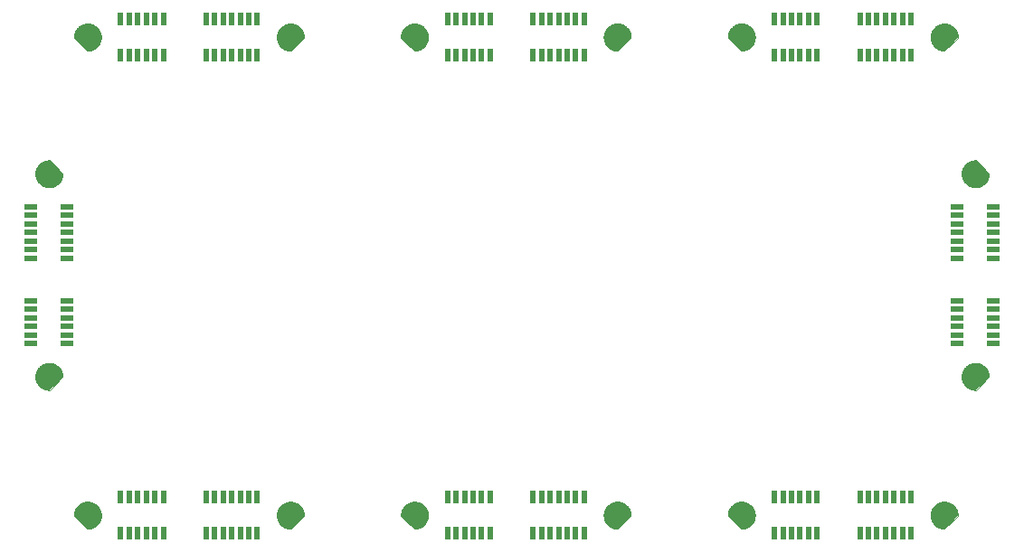
<source format=gbr>
%TF.GenerationSoftware,KiCad,Pcbnew,8.0.2-1*%
%TF.CreationDate,2025-02-24T13:25:59-05:00*%
%TF.ProjectId,ConcentratorBoardOctagon,436f6e63-656e-4747-9261-746f72426f61,rev?*%
%TF.SameCoordinates,Original*%
%TF.FileFunction,Paste,Top*%
%TF.FilePolarity,Positive*%
%FSLAX46Y46*%
G04 Gerber Fmt 4.6, Leading zero omitted, Abs format (unit mm)*
G04 Created by KiCad (PCBNEW 8.0.2-1) date 2025-02-24 13:25:59*
%MOMM*%
%LPD*%
G01*
G04 APERTURE LIST*
%ADD10C,0.010000*%
%ADD11R,0.500000X1.200000*%
%ADD12R,1.200000X0.500000*%
G04 APERTURE END LIST*
D10*
%TO.C,REF\u002A\u002A4*%
X90571000Y-121232000D02*
X90638000Y-121237000D01*
X90704000Y-121246000D01*
X90769000Y-121258000D01*
X90834000Y-121273000D01*
X90897000Y-121292000D01*
X90960000Y-121314000D01*
X91022000Y-121340000D01*
X91082000Y-121368000D01*
X91140000Y-121400000D01*
X91197000Y-121435000D01*
X91251000Y-121473000D01*
X91304000Y-121513000D01*
X91355000Y-121556000D01*
X91403000Y-121602000D01*
X91449000Y-121650000D01*
X91492000Y-121701000D01*
X91532000Y-121754000D01*
X91570000Y-121808000D01*
X91605000Y-121865000D01*
X91637000Y-121923000D01*
X91665000Y-121983000D01*
X91691000Y-122045000D01*
X91713000Y-122108000D01*
X91732000Y-122171000D01*
X91747000Y-122236000D01*
X91759000Y-122301000D01*
X91768000Y-122367000D01*
X91773000Y-122434000D01*
X91775000Y-122500000D01*
X91773000Y-122566000D01*
X91768000Y-122633000D01*
X91759000Y-122699000D01*
X91747000Y-122764000D01*
X91732000Y-122829000D01*
X91713000Y-122892000D01*
X91691000Y-122955000D01*
X91665000Y-123017000D01*
X91637000Y-123077000D01*
X91605000Y-123135000D01*
X91570000Y-123192000D01*
X91532000Y-123246000D01*
X91492000Y-123299000D01*
X91449000Y-123350000D01*
X91403000Y-123398000D01*
X91378000Y-123421000D01*
X91352000Y-123444000D01*
X91326000Y-123467000D01*
X91299000Y-123489000D01*
X91271000Y-123510000D01*
X91243000Y-123530000D01*
X91214000Y-123549000D01*
X91185000Y-123568000D01*
X91156000Y-123586000D01*
X91125000Y-123603000D01*
X91095000Y-123620000D01*
X91064000Y-123635000D01*
X91033000Y-123650000D01*
X91001000Y-123664000D01*
X90969000Y-123677000D01*
X90936000Y-123690000D01*
X90903000Y-123701000D01*
X90870000Y-123712000D01*
X90837000Y-123721000D01*
X90804000Y-123730000D01*
X90770000Y-123738000D01*
X90736000Y-123745000D01*
X90702000Y-123751000D01*
X90667000Y-123757000D01*
X90633000Y-123761000D01*
X90598000Y-123764000D01*
X90564000Y-123767000D01*
X90529000Y-123769000D01*
X90494000Y-123769000D01*
X90459000Y-123769000D01*
X89236000Y-122546000D01*
X89235700Y-122545959D01*
X89236000Y-122511000D01*
X89236000Y-122476000D01*
X89238000Y-122441000D01*
X89241000Y-122407000D01*
X89244000Y-122372000D01*
X89248000Y-122338000D01*
X89254000Y-122303000D01*
X89260000Y-122269000D01*
X89267000Y-122235000D01*
X89275000Y-122202000D01*
X89284000Y-122168000D01*
X89293000Y-122135000D01*
X89304000Y-122102000D01*
X89315000Y-122069000D01*
X89328000Y-122036000D01*
X89341000Y-122004000D01*
X89355000Y-121973000D01*
X89370000Y-121941000D01*
X89385000Y-121910000D01*
X89402000Y-121880000D01*
X89419000Y-121849000D01*
X89437000Y-121820000D01*
X89456000Y-121791000D01*
X89475000Y-121762000D01*
X89495000Y-121734000D01*
X89516000Y-121706000D01*
X89538000Y-121679000D01*
X89561000Y-121653000D01*
X89584000Y-121627000D01*
X89607000Y-121602000D01*
X89655000Y-121556000D01*
X89706000Y-121513000D01*
X89759000Y-121473000D01*
X89813000Y-121435000D01*
X89870000Y-121400000D01*
X89928000Y-121368000D01*
X89988000Y-121340000D01*
X90050000Y-121314000D01*
X90113000Y-121292000D01*
X90176000Y-121273000D01*
X90241000Y-121258000D01*
X90306000Y-121246000D01*
X90372000Y-121237000D01*
X90439000Y-121232000D01*
X90505000Y-121230000D01*
X90571000Y-121232000D01*
G36*
X90571000Y-121232000D02*
G01*
X90638000Y-121237000D01*
X90704000Y-121246000D01*
X90769000Y-121258000D01*
X90834000Y-121273000D01*
X90897000Y-121292000D01*
X90960000Y-121314000D01*
X91022000Y-121340000D01*
X91082000Y-121368000D01*
X91140000Y-121400000D01*
X91197000Y-121435000D01*
X91251000Y-121473000D01*
X91304000Y-121513000D01*
X91355000Y-121556000D01*
X91403000Y-121602000D01*
X91449000Y-121650000D01*
X91492000Y-121701000D01*
X91532000Y-121754000D01*
X91570000Y-121808000D01*
X91605000Y-121865000D01*
X91637000Y-121923000D01*
X91665000Y-121983000D01*
X91691000Y-122045000D01*
X91713000Y-122108000D01*
X91732000Y-122171000D01*
X91747000Y-122236000D01*
X91759000Y-122301000D01*
X91768000Y-122367000D01*
X91773000Y-122434000D01*
X91775000Y-122500000D01*
X91773000Y-122566000D01*
X91768000Y-122633000D01*
X91759000Y-122699000D01*
X91747000Y-122764000D01*
X91732000Y-122829000D01*
X91713000Y-122892000D01*
X91691000Y-122955000D01*
X91665000Y-123017000D01*
X91637000Y-123077000D01*
X91605000Y-123135000D01*
X91570000Y-123192000D01*
X91532000Y-123246000D01*
X91492000Y-123299000D01*
X91449000Y-123350000D01*
X91403000Y-123398000D01*
X91378000Y-123421000D01*
X91352000Y-123444000D01*
X91326000Y-123467000D01*
X91299000Y-123489000D01*
X91271000Y-123510000D01*
X91243000Y-123530000D01*
X91214000Y-123549000D01*
X91185000Y-123568000D01*
X91156000Y-123586000D01*
X91125000Y-123603000D01*
X91095000Y-123620000D01*
X91064000Y-123635000D01*
X91033000Y-123650000D01*
X91001000Y-123664000D01*
X90969000Y-123677000D01*
X90936000Y-123690000D01*
X90903000Y-123701000D01*
X90870000Y-123712000D01*
X90837000Y-123721000D01*
X90804000Y-123730000D01*
X90770000Y-123738000D01*
X90736000Y-123745000D01*
X90702000Y-123751000D01*
X90667000Y-123757000D01*
X90633000Y-123761000D01*
X90598000Y-123764000D01*
X90564000Y-123767000D01*
X90529000Y-123769000D01*
X90494000Y-123769000D01*
X90459000Y-123769000D01*
X89236000Y-122546000D01*
X89235700Y-122545959D01*
X89236000Y-122511000D01*
X89236000Y-122476000D01*
X89238000Y-122441000D01*
X89241000Y-122407000D01*
X89244000Y-122372000D01*
X89248000Y-122338000D01*
X89254000Y-122303000D01*
X89260000Y-122269000D01*
X89267000Y-122235000D01*
X89275000Y-122202000D01*
X89284000Y-122168000D01*
X89293000Y-122135000D01*
X89304000Y-122102000D01*
X89315000Y-122069000D01*
X89328000Y-122036000D01*
X89341000Y-122004000D01*
X89355000Y-121973000D01*
X89370000Y-121941000D01*
X89385000Y-121910000D01*
X89402000Y-121880000D01*
X89419000Y-121849000D01*
X89437000Y-121820000D01*
X89456000Y-121791000D01*
X89475000Y-121762000D01*
X89495000Y-121734000D01*
X89516000Y-121706000D01*
X89538000Y-121679000D01*
X89561000Y-121653000D01*
X89584000Y-121627000D01*
X89607000Y-121602000D01*
X89655000Y-121556000D01*
X89706000Y-121513000D01*
X89759000Y-121473000D01*
X89813000Y-121435000D01*
X89870000Y-121400000D01*
X89928000Y-121368000D01*
X89988000Y-121340000D01*
X90050000Y-121314000D01*
X90113000Y-121292000D01*
X90176000Y-121273000D01*
X90241000Y-121258000D01*
X90306000Y-121246000D01*
X90372000Y-121237000D01*
X90439000Y-121232000D01*
X90505000Y-121230000D01*
X90571000Y-121232000D01*
G37*
X109561000Y-121232000D02*
X109628000Y-121237000D01*
X109694000Y-121246000D01*
X109759000Y-121258000D01*
X109824000Y-121273000D01*
X109887000Y-121292000D01*
X109950000Y-121314000D01*
X110012000Y-121340000D01*
X110072000Y-121368000D01*
X110130000Y-121400000D01*
X110187000Y-121435000D01*
X110241000Y-121473000D01*
X110294000Y-121513000D01*
X110345000Y-121556000D01*
X110393000Y-121602000D01*
X110416000Y-121627000D01*
X110439000Y-121653000D01*
X110462000Y-121679000D01*
X110484000Y-121706000D01*
X110505000Y-121734000D01*
X110525000Y-121762000D01*
X110544000Y-121791000D01*
X110563000Y-121820000D01*
X110581000Y-121849000D01*
X110598000Y-121880000D01*
X110615000Y-121910000D01*
X110630000Y-121941000D01*
X110645000Y-121973000D01*
X110659000Y-122004000D01*
X110672000Y-122036000D01*
X110685000Y-122069000D01*
X110696000Y-122102000D01*
X110707000Y-122135000D01*
X110716000Y-122168000D01*
X110725000Y-122202000D01*
X110733000Y-122235000D01*
X110740000Y-122269000D01*
X110746000Y-122303000D01*
X110752000Y-122338000D01*
X110756000Y-122372000D01*
X110759000Y-122407000D01*
X110762000Y-122441000D01*
X110764000Y-122476000D01*
X110764000Y-122511000D01*
X110764000Y-122546000D01*
X109541000Y-123769000D01*
X109540960Y-123769260D01*
X109506000Y-123769000D01*
X109471000Y-123769000D01*
X109436000Y-123767000D01*
X109402000Y-123764000D01*
X109367000Y-123761000D01*
X109333000Y-123757000D01*
X109298000Y-123751000D01*
X109264000Y-123745000D01*
X109230000Y-123738000D01*
X109196000Y-123730000D01*
X109163000Y-123721000D01*
X109130000Y-123712000D01*
X109097000Y-123701000D01*
X109064000Y-123690000D01*
X109031000Y-123677000D01*
X108999000Y-123664000D01*
X108967000Y-123650000D01*
X108936000Y-123635000D01*
X108905000Y-123620000D01*
X108875000Y-123603000D01*
X108844000Y-123586000D01*
X108815000Y-123568000D01*
X108786000Y-123549000D01*
X108757000Y-123530000D01*
X108729000Y-123510000D01*
X108701000Y-123489000D01*
X108674000Y-123467000D01*
X108648000Y-123444000D01*
X108622000Y-123421000D01*
X108597000Y-123398000D01*
X108551000Y-123350000D01*
X108508000Y-123299000D01*
X108468000Y-123246000D01*
X108430000Y-123192000D01*
X108395000Y-123135000D01*
X108363000Y-123077000D01*
X108335000Y-123017000D01*
X108309000Y-122955000D01*
X108287000Y-122892000D01*
X108268000Y-122829000D01*
X108253000Y-122764000D01*
X108241000Y-122699000D01*
X108232000Y-122633000D01*
X108227000Y-122566000D01*
X108225000Y-122500000D01*
X108227000Y-122434000D01*
X108232000Y-122367000D01*
X108241000Y-122301000D01*
X108253000Y-122236000D01*
X108268000Y-122171000D01*
X108287000Y-122108000D01*
X108309000Y-122045000D01*
X108335000Y-121983000D01*
X108363000Y-121923000D01*
X108395000Y-121865000D01*
X108430000Y-121808000D01*
X108468000Y-121754000D01*
X108508000Y-121701000D01*
X108551000Y-121650000D01*
X108597000Y-121602000D01*
X108645000Y-121556000D01*
X108696000Y-121513000D01*
X108749000Y-121473000D01*
X108803000Y-121435000D01*
X108860000Y-121400000D01*
X108918000Y-121368000D01*
X108978000Y-121340000D01*
X109040000Y-121314000D01*
X109103000Y-121292000D01*
X109166000Y-121273000D01*
X109231000Y-121258000D01*
X109296000Y-121246000D01*
X109362000Y-121237000D01*
X109429000Y-121232000D01*
X109495000Y-121230000D01*
X109561000Y-121232000D01*
G36*
X109561000Y-121232000D02*
G01*
X109628000Y-121237000D01*
X109694000Y-121246000D01*
X109759000Y-121258000D01*
X109824000Y-121273000D01*
X109887000Y-121292000D01*
X109950000Y-121314000D01*
X110012000Y-121340000D01*
X110072000Y-121368000D01*
X110130000Y-121400000D01*
X110187000Y-121435000D01*
X110241000Y-121473000D01*
X110294000Y-121513000D01*
X110345000Y-121556000D01*
X110393000Y-121602000D01*
X110416000Y-121627000D01*
X110439000Y-121653000D01*
X110462000Y-121679000D01*
X110484000Y-121706000D01*
X110505000Y-121734000D01*
X110525000Y-121762000D01*
X110544000Y-121791000D01*
X110563000Y-121820000D01*
X110581000Y-121849000D01*
X110598000Y-121880000D01*
X110615000Y-121910000D01*
X110630000Y-121941000D01*
X110645000Y-121973000D01*
X110659000Y-122004000D01*
X110672000Y-122036000D01*
X110685000Y-122069000D01*
X110696000Y-122102000D01*
X110707000Y-122135000D01*
X110716000Y-122168000D01*
X110725000Y-122202000D01*
X110733000Y-122235000D01*
X110740000Y-122269000D01*
X110746000Y-122303000D01*
X110752000Y-122338000D01*
X110756000Y-122372000D01*
X110759000Y-122407000D01*
X110762000Y-122441000D01*
X110764000Y-122476000D01*
X110764000Y-122511000D01*
X110764000Y-122546000D01*
X109541000Y-123769000D01*
X109540960Y-123769260D01*
X109506000Y-123769000D01*
X109471000Y-123769000D01*
X109436000Y-123767000D01*
X109402000Y-123764000D01*
X109367000Y-123761000D01*
X109333000Y-123757000D01*
X109298000Y-123751000D01*
X109264000Y-123745000D01*
X109230000Y-123738000D01*
X109196000Y-123730000D01*
X109163000Y-123721000D01*
X109130000Y-123712000D01*
X109097000Y-123701000D01*
X109064000Y-123690000D01*
X109031000Y-123677000D01*
X108999000Y-123664000D01*
X108967000Y-123650000D01*
X108936000Y-123635000D01*
X108905000Y-123620000D01*
X108875000Y-123603000D01*
X108844000Y-123586000D01*
X108815000Y-123568000D01*
X108786000Y-123549000D01*
X108757000Y-123530000D01*
X108729000Y-123510000D01*
X108701000Y-123489000D01*
X108674000Y-123467000D01*
X108648000Y-123444000D01*
X108622000Y-123421000D01*
X108597000Y-123398000D01*
X108551000Y-123350000D01*
X108508000Y-123299000D01*
X108468000Y-123246000D01*
X108430000Y-123192000D01*
X108395000Y-123135000D01*
X108363000Y-123077000D01*
X108335000Y-123017000D01*
X108309000Y-122955000D01*
X108287000Y-122892000D01*
X108268000Y-122829000D01*
X108253000Y-122764000D01*
X108241000Y-122699000D01*
X108232000Y-122633000D01*
X108227000Y-122566000D01*
X108225000Y-122500000D01*
X108227000Y-122434000D01*
X108232000Y-122367000D01*
X108241000Y-122301000D01*
X108253000Y-122236000D01*
X108268000Y-122171000D01*
X108287000Y-122108000D01*
X108309000Y-122045000D01*
X108335000Y-121983000D01*
X108363000Y-121923000D01*
X108395000Y-121865000D01*
X108430000Y-121808000D01*
X108468000Y-121754000D01*
X108508000Y-121701000D01*
X108551000Y-121650000D01*
X108597000Y-121602000D01*
X108645000Y-121556000D01*
X108696000Y-121513000D01*
X108749000Y-121473000D01*
X108803000Y-121435000D01*
X108860000Y-121400000D01*
X108918000Y-121368000D01*
X108978000Y-121340000D01*
X109040000Y-121314000D01*
X109103000Y-121292000D01*
X109166000Y-121273000D01*
X109231000Y-121258000D01*
X109296000Y-121246000D01*
X109362000Y-121237000D01*
X109429000Y-121232000D01*
X109495000Y-121230000D01*
X109561000Y-121232000D01*
G37*
%TO.C,REF\u002A\u002A*%
X59971000Y-121232000D02*
X60038000Y-121237000D01*
X60104000Y-121246000D01*
X60169000Y-121258000D01*
X60234000Y-121273000D01*
X60297000Y-121292000D01*
X60360000Y-121314000D01*
X60422000Y-121340000D01*
X60482000Y-121368000D01*
X60540000Y-121400000D01*
X60597000Y-121435000D01*
X60651000Y-121473000D01*
X60704000Y-121513000D01*
X60755000Y-121556000D01*
X60803000Y-121602000D01*
X60849000Y-121650000D01*
X60892000Y-121701000D01*
X60932000Y-121754000D01*
X60970000Y-121808000D01*
X61005000Y-121865000D01*
X61037000Y-121923000D01*
X61065000Y-121983000D01*
X61091000Y-122045000D01*
X61113000Y-122108000D01*
X61132000Y-122171000D01*
X61147000Y-122236000D01*
X61159000Y-122301000D01*
X61168000Y-122367000D01*
X61173000Y-122434000D01*
X61175000Y-122500000D01*
X61173000Y-122566000D01*
X61168000Y-122633000D01*
X61159000Y-122699000D01*
X61147000Y-122764000D01*
X61132000Y-122829000D01*
X61113000Y-122892000D01*
X61091000Y-122955000D01*
X61065000Y-123017000D01*
X61037000Y-123077000D01*
X61005000Y-123135000D01*
X60970000Y-123192000D01*
X60932000Y-123246000D01*
X60892000Y-123299000D01*
X60849000Y-123350000D01*
X60803000Y-123398000D01*
X60778000Y-123421000D01*
X60752000Y-123444000D01*
X60726000Y-123467000D01*
X60699000Y-123489000D01*
X60671000Y-123510000D01*
X60643000Y-123530000D01*
X60614000Y-123549000D01*
X60585000Y-123568000D01*
X60556000Y-123586000D01*
X60525000Y-123603000D01*
X60495000Y-123620000D01*
X60464000Y-123635000D01*
X60433000Y-123650000D01*
X60401000Y-123664000D01*
X60369000Y-123677000D01*
X60336000Y-123690000D01*
X60303000Y-123701000D01*
X60270000Y-123712000D01*
X60237000Y-123721000D01*
X60204000Y-123730000D01*
X60170000Y-123738000D01*
X60136000Y-123745000D01*
X60102000Y-123751000D01*
X60067000Y-123757000D01*
X60033000Y-123761000D01*
X59998000Y-123764000D01*
X59964000Y-123767000D01*
X59929000Y-123769000D01*
X59894000Y-123769000D01*
X59859000Y-123769000D01*
X58636000Y-122546000D01*
X58635700Y-122545959D01*
X58636000Y-122511000D01*
X58636000Y-122476000D01*
X58638000Y-122441000D01*
X58641000Y-122407000D01*
X58644000Y-122372000D01*
X58648000Y-122338000D01*
X58654000Y-122303000D01*
X58660000Y-122269000D01*
X58667000Y-122235000D01*
X58675000Y-122202000D01*
X58684000Y-122168000D01*
X58693000Y-122135000D01*
X58704000Y-122102000D01*
X58715000Y-122069000D01*
X58728000Y-122036000D01*
X58741000Y-122004000D01*
X58755000Y-121973000D01*
X58770000Y-121941000D01*
X58785000Y-121910000D01*
X58802000Y-121880000D01*
X58819000Y-121849000D01*
X58837000Y-121820000D01*
X58856000Y-121791000D01*
X58875000Y-121762000D01*
X58895000Y-121734000D01*
X58916000Y-121706000D01*
X58938000Y-121679000D01*
X58961000Y-121653000D01*
X58984000Y-121627000D01*
X59007000Y-121602000D01*
X59055000Y-121556000D01*
X59106000Y-121513000D01*
X59159000Y-121473000D01*
X59213000Y-121435000D01*
X59270000Y-121400000D01*
X59328000Y-121368000D01*
X59388000Y-121340000D01*
X59450000Y-121314000D01*
X59513000Y-121292000D01*
X59576000Y-121273000D01*
X59641000Y-121258000D01*
X59706000Y-121246000D01*
X59772000Y-121237000D01*
X59839000Y-121232000D01*
X59905000Y-121230000D01*
X59971000Y-121232000D01*
G36*
X59971000Y-121232000D02*
G01*
X60038000Y-121237000D01*
X60104000Y-121246000D01*
X60169000Y-121258000D01*
X60234000Y-121273000D01*
X60297000Y-121292000D01*
X60360000Y-121314000D01*
X60422000Y-121340000D01*
X60482000Y-121368000D01*
X60540000Y-121400000D01*
X60597000Y-121435000D01*
X60651000Y-121473000D01*
X60704000Y-121513000D01*
X60755000Y-121556000D01*
X60803000Y-121602000D01*
X60849000Y-121650000D01*
X60892000Y-121701000D01*
X60932000Y-121754000D01*
X60970000Y-121808000D01*
X61005000Y-121865000D01*
X61037000Y-121923000D01*
X61065000Y-121983000D01*
X61091000Y-122045000D01*
X61113000Y-122108000D01*
X61132000Y-122171000D01*
X61147000Y-122236000D01*
X61159000Y-122301000D01*
X61168000Y-122367000D01*
X61173000Y-122434000D01*
X61175000Y-122500000D01*
X61173000Y-122566000D01*
X61168000Y-122633000D01*
X61159000Y-122699000D01*
X61147000Y-122764000D01*
X61132000Y-122829000D01*
X61113000Y-122892000D01*
X61091000Y-122955000D01*
X61065000Y-123017000D01*
X61037000Y-123077000D01*
X61005000Y-123135000D01*
X60970000Y-123192000D01*
X60932000Y-123246000D01*
X60892000Y-123299000D01*
X60849000Y-123350000D01*
X60803000Y-123398000D01*
X60778000Y-123421000D01*
X60752000Y-123444000D01*
X60726000Y-123467000D01*
X60699000Y-123489000D01*
X60671000Y-123510000D01*
X60643000Y-123530000D01*
X60614000Y-123549000D01*
X60585000Y-123568000D01*
X60556000Y-123586000D01*
X60525000Y-123603000D01*
X60495000Y-123620000D01*
X60464000Y-123635000D01*
X60433000Y-123650000D01*
X60401000Y-123664000D01*
X60369000Y-123677000D01*
X60336000Y-123690000D01*
X60303000Y-123701000D01*
X60270000Y-123712000D01*
X60237000Y-123721000D01*
X60204000Y-123730000D01*
X60170000Y-123738000D01*
X60136000Y-123745000D01*
X60102000Y-123751000D01*
X60067000Y-123757000D01*
X60033000Y-123761000D01*
X59998000Y-123764000D01*
X59964000Y-123767000D01*
X59929000Y-123769000D01*
X59894000Y-123769000D01*
X59859000Y-123769000D01*
X58636000Y-122546000D01*
X58635700Y-122545959D01*
X58636000Y-122511000D01*
X58636000Y-122476000D01*
X58638000Y-122441000D01*
X58641000Y-122407000D01*
X58644000Y-122372000D01*
X58648000Y-122338000D01*
X58654000Y-122303000D01*
X58660000Y-122269000D01*
X58667000Y-122235000D01*
X58675000Y-122202000D01*
X58684000Y-122168000D01*
X58693000Y-122135000D01*
X58704000Y-122102000D01*
X58715000Y-122069000D01*
X58728000Y-122036000D01*
X58741000Y-122004000D01*
X58755000Y-121973000D01*
X58770000Y-121941000D01*
X58785000Y-121910000D01*
X58802000Y-121880000D01*
X58819000Y-121849000D01*
X58837000Y-121820000D01*
X58856000Y-121791000D01*
X58875000Y-121762000D01*
X58895000Y-121734000D01*
X58916000Y-121706000D01*
X58938000Y-121679000D01*
X58961000Y-121653000D01*
X58984000Y-121627000D01*
X59007000Y-121602000D01*
X59055000Y-121556000D01*
X59106000Y-121513000D01*
X59159000Y-121473000D01*
X59213000Y-121435000D01*
X59270000Y-121400000D01*
X59328000Y-121368000D01*
X59388000Y-121340000D01*
X59450000Y-121314000D01*
X59513000Y-121292000D01*
X59576000Y-121273000D01*
X59641000Y-121258000D01*
X59706000Y-121246000D01*
X59772000Y-121237000D01*
X59839000Y-121232000D01*
X59905000Y-121230000D01*
X59971000Y-121232000D01*
G37*
X78961000Y-121232000D02*
X79028000Y-121237000D01*
X79094000Y-121246000D01*
X79159000Y-121258000D01*
X79224000Y-121273000D01*
X79287000Y-121292000D01*
X79350000Y-121314000D01*
X79412000Y-121340000D01*
X79472000Y-121368000D01*
X79530000Y-121400000D01*
X79587000Y-121435000D01*
X79641000Y-121473000D01*
X79694000Y-121513000D01*
X79745000Y-121556000D01*
X79793000Y-121602000D01*
X79816000Y-121627000D01*
X79839000Y-121653000D01*
X79862000Y-121679000D01*
X79884000Y-121706000D01*
X79905000Y-121734000D01*
X79925000Y-121762000D01*
X79944000Y-121791000D01*
X79963000Y-121820000D01*
X79981000Y-121849000D01*
X79998000Y-121880000D01*
X80015000Y-121910000D01*
X80030000Y-121941000D01*
X80045000Y-121973000D01*
X80059000Y-122004000D01*
X80072000Y-122036000D01*
X80085000Y-122069000D01*
X80096000Y-122102000D01*
X80107000Y-122135000D01*
X80116000Y-122168000D01*
X80125000Y-122202000D01*
X80133000Y-122235000D01*
X80140000Y-122269000D01*
X80146000Y-122303000D01*
X80152000Y-122338000D01*
X80156000Y-122372000D01*
X80159000Y-122407000D01*
X80162000Y-122441000D01*
X80164000Y-122476000D01*
X80164000Y-122511000D01*
X80164000Y-122546000D01*
X78941000Y-123769000D01*
X78940960Y-123769260D01*
X78906000Y-123769000D01*
X78871000Y-123769000D01*
X78836000Y-123767000D01*
X78802000Y-123764000D01*
X78767000Y-123761000D01*
X78733000Y-123757000D01*
X78698000Y-123751000D01*
X78664000Y-123745000D01*
X78630000Y-123738000D01*
X78596000Y-123730000D01*
X78563000Y-123721000D01*
X78530000Y-123712000D01*
X78497000Y-123701000D01*
X78464000Y-123690000D01*
X78431000Y-123677000D01*
X78399000Y-123664000D01*
X78367000Y-123650000D01*
X78336000Y-123635000D01*
X78305000Y-123620000D01*
X78275000Y-123603000D01*
X78244000Y-123586000D01*
X78215000Y-123568000D01*
X78186000Y-123549000D01*
X78157000Y-123530000D01*
X78129000Y-123510000D01*
X78101000Y-123489000D01*
X78074000Y-123467000D01*
X78048000Y-123444000D01*
X78022000Y-123421000D01*
X77997000Y-123398000D01*
X77951000Y-123350000D01*
X77908000Y-123299000D01*
X77868000Y-123246000D01*
X77830000Y-123192000D01*
X77795000Y-123135000D01*
X77763000Y-123077000D01*
X77735000Y-123017000D01*
X77709000Y-122955000D01*
X77687000Y-122892000D01*
X77668000Y-122829000D01*
X77653000Y-122764000D01*
X77641000Y-122699000D01*
X77632000Y-122633000D01*
X77627000Y-122566000D01*
X77625000Y-122500000D01*
X77627000Y-122434000D01*
X77632000Y-122367000D01*
X77641000Y-122301000D01*
X77653000Y-122236000D01*
X77668000Y-122171000D01*
X77687000Y-122108000D01*
X77709000Y-122045000D01*
X77735000Y-121983000D01*
X77763000Y-121923000D01*
X77795000Y-121865000D01*
X77830000Y-121808000D01*
X77868000Y-121754000D01*
X77908000Y-121701000D01*
X77951000Y-121650000D01*
X77997000Y-121602000D01*
X78045000Y-121556000D01*
X78096000Y-121513000D01*
X78149000Y-121473000D01*
X78203000Y-121435000D01*
X78260000Y-121400000D01*
X78318000Y-121368000D01*
X78378000Y-121340000D01*
X78440000Y-121314000D01*
X78503000Y-121292000D01*
X78566000Y-121273000D01*
X78631000Y-121258000D01*
X78696000Y-121246000D01*
X78762000Y-121237000D01*
X78829000Y-121232000D01*
X78895000Y-121230000D01*
X78961000Y-121232000D01*
G36*
X78961000Y-121232000D02*
G01*
X79028000Y-121237000D01*
X79094000Y-121246000D01*
X79159000Y-121258000D01*
X79224000Y-121273000D01*
X79287000Y-121292000D01*
X79350000Y-121314000D01*
X79412000Y-121340000D01*
X79472000Y-121368000D01*
X79530000Y-121400000D01*
X79587000Y-121435000D01*
X79641000Y-121473000D01*
X79694000Y-121513000D01*
X79745000Y-121556000D01*
X79793000Y-121602000D01*
X79816000Y-121627000D01*
X79839000Y-121653000D01*
X79862000Y-121679000D01*
X79884000Y-121706000D01*
X79905000Y-121734000D01*
X79925000Y-121762000D01*
X79944000Y-121791000D01*
X79963000Y-121820000D01*
X79981000Y-121849000D01*
X79998000Y-121880000D01*
X80015000Y-121910000D01*
X80030000Y-121941000D01*
X80045000Y-121973000D01*
X80059000Y-122004000D01*
X80072000Y-122036000D01*
X80085000Y-122069000D01*
X80096000Y-122102000D01*
X80107000Y-122135000D01*
X80116000Y-122168000D01*
X80125000Y-122202000D01*
X80133000Y-122235000D01*
X80140000Y-122269000D01*
X80146000Y-122303000D01*
X80152000Y-122338000D01*
X80156000Y-122372000D01*
X80159000Y-122407000D01*
X80162000Y-122441000D01*
X80164000Y-122476000D01*
X80164000Y-122511000D01*
X80164000Y-122546000D01*
X78941000Y-123769000D01*
X78940960Y-123769260D01*
X78906000Y-123769000D01*
X78871000Y-123769000D01*
X78836000Y-123767000D01*
X78802000Y-123764000D01*
X78767000Y-123761000D01*
X78733000Y-123757000D01*
X78698000Y-123751000D01*
X78664000Y-123745000D01*
X78630000Y-123738000D01*
X78596000Y-123730000D01*
X78563000Y-123721000D01*
X78530000Y-123712000D01*
X78497000Y-123701000D01*
X78464000Y-123690000D01*
X78431000Y-123677000D01*
X78399000Y-123664000D01*
X78367000Y-123650000D01*
X78336000Y-123635000D01*
X78305000Y-123620000D01*
X78275000Y-123603000D01*
X78244000Y-123586000D01*
X78215000Y-123568000D01*
X78186000Y-123549000D01*
X78157000Y-123530000D01*
X78129000Y-123510000D01*
X78101000Y-123489000D01*
X78074000Y-123467000D01*
X78048000Y-123444000D01*
X78022000Y-123421000D01*
X77997000Y-123398000D01*
X77951000Y-123350000D01*
X77908000Y-123299000D01*
X77868000Y-123246000D01*
X77830000Y-123192000D01*
X77795000Y-123135000D01*
X77763000Y-123077000D01*
X77735000Y-123017000D01*
X77709000Y-122955000D01*
X77687000Y-122892000D01*
X77668000Y-122829000D01*
X77653000Y-122764000D01*
X77641000Y-122699000D01*
X77632000Y-122633000D01*
X77627000Y-122566000D01*
X77625000Y-122500000D01*
X77627000Y-122434000D01*
X77632000Y-122367000D01*
X77641000Y-122301000D01*
X77653000Y-122236000D01*
X77668000Y-122171000D01*
X77687000Y-122108000D01*
X77709000Y-122045000D01*
X77735000Y-121983000D01*
X77763000Y-121923000D01*
X77795000Y-121865000D01*
X77830000Y-121808000D01*
X77868000Y-121754000D01*
X77908000Y-121701000D01*
X77951000Y-121650000D01*
X77997000Y-121602000D01*
X78045000Y-121556000D01*
X78096000Y-121513000D01*
X78149000Y-121473000D01*
X78203000Y-121435000D01*
X78260000Y-121400000D01*
X78318000Y-121368000D01*
X78378000Y-121340000D01*
X78440000Y-121314000D01*
X78503000Y-121292000D01*
X78566000Y-121273000D01*
X78631000Y-121258000D01*
X78696000Y-121246000D01*
X78762000Y-121237000D01*
X78829000Y-121232000D01*
X78895000Y-121230000D01*
X78961000Y-121232000D01*
G37*
%TO.C,REF\u002A\u002A2*%
X121171000Y-121232000D02*
X121238000Y-121237000D01*
X121304000Y-121246000D01*
X121369000Y-121258000D01*
X121434000Y-121273000D01*
X121497000Y-121292000D01*
X121560000Y-121314000D01*
X121622000Y-121340000D01*
X121682000Y-121368000D01*
X121740000Y-121400000D01*
X121797000Y-121435000D01*
X121851000Y-121473000D01*
X121904000Y-121513000D01*
X121955000Y-121556000D01*
X122003000Y-121602000D01*
X122049000Y-121650000D01*
X122092000Y-121701000D01*
X122132000Y-121754000D01*
X122170000Y-121808000D01*
X122205000Y-121865000D01*
X122237000Y-121923000D01*
X122265000Y-121983000D01*
X122291000Y-122045000D01*
X122313000Y-122108000D01*
X122332000Y-122171000D01*
X122347000Y-122236000D01*
X122359000Y-122301000D01*
X122368000Y-122367000D01*
X122373000Y-122434000D01*
X122375000Y-122500000D01*
X122373000Y-122566000D01*
X122368000Y-122633000D01*
X122359000Y-122699000D01*
X122347000Y-122764000D01*
X122332000Y-122829000D01*
X122313000Y-122892000D01*
X122291000Y-122955000D01*
X122265000Y-123017000D01*
X122237000Y-123077000D01*
X122205000Y-123135000D01*
X122170000Y-123192000D01*
X122132000Y-123246000D01*
X122092000Y-123299000D01*
X122049000Y-123350000D01*
X122003000Y-123398000D01*
X121978000Y-123421000D01*
X121952000Y-123444000D01*
X121926000Y-123467000D01*
X121899000Y-123489000D01*
X121871000Y-123510000D01*
X121843000Y-123530000D01*
X121814000Y-123549000D01*
X121785000Y-123568000D01*
X121756000Y-123586000D01*
X121725000Y-123603000D01*
X121695000Y-123620000D01*
X121664000Y-123635000D01*
X121633000Y-123650000D01*
X121601000Y-123664000D01*
X121569000Y-123677000D01*
X121536000Y-123690000D01*
X121503000Y-123701000D01*
X121470000Y-123712000D01*
X121437000Y-123721000D01*
X121404000Y-123730000D01*
X121370000Y-123738000D01*
X121336000Y-123745000D01*
X121302000Y-123751000D01*
X121267000Y-123757000D01*
X121233000Y-123761000D01*
X121198000Y-123764000D01*
X121164000Y-123767000D01*
X121129000Y-123769000D01*
X121094000Y-123769000D01*
X121059000Y-123769000D01*
X119836000Y-122546000D01*
X119835700Y-122545959D01*
X119836000Y-122511000D01*
X119836000Y-122476000D01*
X119838000Y-122441000D01*
X119841000Y-122407000D01*
X119844000Y-122372000D01*
X119848000Y-122338000D01*
X119854000Y-122303000D01*
X119860000Y-122269000D01*
X119867000Y-122235000D01*
X119875000Y-122202000D01*
X119884000Y-122168000D01*
X119893000Y-122135000D01*
X119904000Y-122102000D01*
X119915000Y-122069000D01*
X119928000Y-122036000D01*
X119941000Y-122004000D01*
X119955000Y-121973000D01*
X119970000Y-121941000D01*
X119985000Y-121910000D01*
X120002000Y-121880000D01*
X120019000Y-121849000D01*
X120037000Y-121820000D01*
X120056000Y-121791000D01*
X120075000Y-121762000D01*
X120095000Y-121734000D01*
X120116000Y-121706000D01*
X120138000Y-121679000D01*
X120161000Y-121653000D01*
X120184000Y-121627000D01*
X120207000Y-121602000D01*
X120255000Y-121556000D01*
X120306000Y-121513000D01*
X120359000Y-121473000D01*
X120413000Y-121435000D01*
X120470000Y-121400000D01*
X120528000Y-121368000D01*
X120588000Y-121340000D01*
X120650000Y-121314000D01*
X120713000Y-121292000D01*
X120776000Y-121273000D01*
X120841000Y-121258000D01*
X120906000Y-121246000D01*
X120972000Y-121237000D01*
X121039000Y-121232000D01*
X121105000Y-121230000D01*
X121171000Y-121232000D01*
G36*
X121171000Y-121232000D02*
G01*
X121238000Y-121237000D01*
X121304000Y-121246000D01*
X121369000Y-121258000D01*
X121434000Y-121273000D01*
X121497000Y-121292000D01*
X121560000Y-121314000D01*
X121622000Y-121340000D01*
X121682000Y-121368000D01*
X121740000Y-121400000D01*
X121797000Y-121435000D01*
X121851000Y-121473000D01*
X121904000Y-121513000D01*
X121955000Y-121556000D01*
X122003000Y-121602000D01*
X122049000Y-121650000D01*
X122092000Y-121701000D01*
X122132000Y-121754000D01*
X122170000Y-121808000D01*
X122205000Y-121865000D01*
X122237000Y-121923000D01*
X122265000Y-121983000D01*
X122291000Y-122045000D01*
X122313000Y-122108000D01*
X122332000Y-122171000D01*
X122347000Y-122236000D01*
X122359000Y-122301000D01*
X122368000Y-122367000D01*
X122373000Y-122434000D01*
X122375000Y-122500000D01*
X122373000Y-122566000D01*
X122368000Y-122633000D01*
X122359000Y-122699000D01*
X122347000Y-122764000D01*
X122332000Y-122829000D01*
X122313000Y-122892000D01*
X122291000Y-122955000D01*
X122265000Y-123017000D01*
X122237000Y-123077000D01*
X122205000Y-123135000D01*
X122170000Y-123192000D01*
X122132000Y-123246000D01*
X122092000Y-123299000D01*
X122049000Y-123350000D01*
X122003000Y-123398000D01*
X121978000Y-123421000D01*
X121952000Y-123444000D01*
X121926000Y-123467000D01*
X121899000Y-123489000D01*
X121871000Y-123510000D01*
X121843000Y-123530000D01*
X121814000Y-123549000D01*
X121785000Y-123568000D01*
X121756000Y-123586000D01*
X121725000Y-123603000D01*
X121695000Y-123620000D01*
X121664000Y-123635000D01*
X121633000Y-123650000D01*
X121601000Y-123664000D01*
X121569000Y-123677000D01*
X121536000Y-123690000D01*
X121503000Y-123701000D01*
X121470000Y-123712000D01*
X121437000Y-123721000D01*
X121404000Y-123730000D01*
X121370000Y-123738000D01*
X121336000Y-123745000D01*
X121302000Y-123751000D01*
X121267000Y-123757000D01*
X121233000Y-123761000D01*
X121198000Y-123764000D01*
X121164000Y-123767000D01*
X121129000Y-123769000D01*
X121094000Y-123769000D01*
X121059000Y-123769000D01*
X119836000Y-122546000D01*
X119835700Y-122545959D01*
X119836000Y-122511000D01*
X119836000Y-122476000D01*
X119838000Y-122441000D01*
X119841000Y-122407000D01*
X119844000Y-122372000D01*
X119848000Y-122338000D01*
X119854000Y-122303000D01*
X119860000Y-122269000D01*
X119867000Y-122235000D01*
X119875000Y-122202000D01*
X119884000Y-122168000D01*
X119893000Y-122135000D01*
X119904000Y-122102000D01*
X119915000Y-122069000D01*
X119928000Y-122036000D01*
X119941000Y-122004000D01*
X119955000Y-121973000D01*
X119970000Y-121941000D01*
X119985000Y-121910000D01*
X120002000Y-121880000D01*
X120019000Y-121849000D01*
X120037000Y-121820000D01*
X120056000Y-121791000D01*
X120075000Y-121762000D01*
X120095000Y-121734000D01*
X120116000Y-121706000D01*
X120138000Y-121679000D01*
X120161000Y-121653000D01*
X120184000Y-121627000D01*
X120207000Y-121602000D01*
X120255000Y-121556000D01*
X120306000Y-121513000D01*
X120359000Y-121473000D01*
X120413000Y-121435000D01*
X120470000Y-121400000D01*
X120528000Y-121368000D01*
X120588000Y-121340000D01*
X120650000Y-121314000D01*
X120713000Y-121292000D01*
X120776000Y-121273000D01*
X120841000Y-121258000D01*
X120906000Y-121246000D01*
X120972000Y-121237000D01*
X121039000Y-121232000D01*
X121105000Y-121230000D01*
X121171000Y-121232000D01*
G37*
X140161000Y-121232000D02*
X140228000Y-121237000D01*
X140294000Y-121246000D01*
X140359000Y-121258000D01*
X140424000Y-121273000D01*
X140487000Y-121292000D01*
X140550000Y-121314000D01*
X140612000Y-121340000D01*
X140672000Y-121368000D01*
X140730000Y-121400000D01*
X140787000Y-121435000D01*
X140841000Y-121473000D01*
X140894000Y-121513000D01*
X140945000Y-121556000D01*
X140993000Y-121602000D01*
X141016000Y-121627000D01*
X141039000Y-121653000D01*
X141062000Y-121679000D01*
X141084000Y-121706000D01*
X141105000Y-121734000D01*
X141125000Y-121762000D01*
X141144000Y-121791000D01*
X141163000Y-121820000D01*
X141181000Y-121849000D01*
X141198000Y-121880000D01*
X141215000Y-121910000D01*
X141230000Y-121941000D01*
X141245000Y-121973000D01*
X141259000Y-122004000D01*
X141272000Y-122036000D01*
X141285000Y-122069000D01*
X141296000Y-122102000D01*
X141307000Y-122135000D01*
X141316000Y-122168000D01*
X141325000Y-122202000D01*
X141333000Y-122235000D01*
X141340000Y-122269000D01*
X141346000Y-122303000D01*
X141352000Y-122338000D01*
X141356000Y-122372000D01*
X141359000Y-122407000D01*
X141362000Y-122441000D01*
X141364000Y-122476000D01*
X141364000Y-122511000D01*
X141364000Y-122546000D01*
X140141000Y-123769000D01*
X140140960Y-123769260D01*
X140106000Y-123769000D01*
X140071000Y-123769000D01*
X140036000Y-123767000D01*
X140002000Y-123764000D01*
X139967000Y-123761000D01*
X139933000Y-123757000D01*
X139898000Y-123751000D01*
X139864000Y-123745000D01*
X139830000Y-123738000D01*
X139796000Y-123730000D01*
X139763000Y-123721000D01*
X139730000Y-123712000D01*
X139697000Y-123701000D01*
X139664000Y-123690000D01*
X139631000Y-123677000D01*
X139599000Y-123664000D01*
X139567000Y-123650000D01*
X139536000Y-123635000D01*
X139505000Y-123620000D01*
X139475000Y-123603000D01*
X139444000Y-123586000D01*
X139415000Y-123568000D01*
X139386000Y-123549000D01*
X139357000Y-123530000D01*
X139329000Y-123510000D01*
X139301000Y-123489000D01*
X139274000Y-123467000D01*
X139248000Y-123444000D01*
X139222000Y-123421000D01*
X139197000Y-123398000D01*
X139151000Y-123350000D01*
X139108000Y-123299000D01*
X139068000Y-123246000D01*
X139030000Y-123192000D01*
X138995000Y-123135000D01*
X138963000Y-123077000D01*
X138935000Y-123017000D01*
X138909000Y-122955000D01*
X138887000Y-122892000D01*
X138868000Y-122829000D01*
X138853000Y-122764000D01*
X138841000Y-122699000D01*
X138832000Y-122633000D01*
X138827000Y-122566000D01*
X138825000Y-122500000D01*
X138827000Y-122434000D01*
X138832000Y-122367000D01*
X138841000Y-122301000D01*
X138853000Y-122236000D01*
X138868000Y-122171000D01*
X138887000Y-122108000D01*
X138909000Y-122045000D01*
X138935000Y-121983000D01*
X138963000Y-121923000D01*
X138995000Y-121865000D01*
X139030000Y-121808000D01*
X139068000Y-121754000D01*
X139108000Y-121701000D01*
X139151000Y-121650000D01*
X139197000Y-121602000D01*
X139245000Y-121556000D01*
X139296000Y-121513000D01*
X139349000Y-121473000D01*
X139403000Y-121435000D01*
X139460000Y-121400000D01*
X139518000Y-121368000D01*
X139578000Y-121340000D01*
X139640000Y-121314000D01*
X139703000Y-121292000D01*
X139766000Y-121273000D01*
X139831000Y-121258000D01*
X139896000Y-121246000D01*
X139962000Y-121237000D01*
X140029000Y-121232000D01*
X140095000Y-121230000D01*
X140161000Y-121232000D01*
G36*
X140161000Y-121232000D02*
G01*
X140228000Y-121237000D01*
X140294000Y-121246000D01*
X140359000Y-121258000D01*
X140424000Y-121273000D01*
X140487000Y-121292000D01*
X140550000Y-121314000D01*
X140612000Y-121340000D01*
X140672000Y-121368000D01*
X140730000Y-121400000D01*
X140787000Y-121435000D01*
X140841000Y-121473000D01*
X140894000Y-121513000D01*
X140945000Y-121556000D01*
X140993000Y-121602000D01*
X141016000Y-121627000D01*
X141039000Y-121653000D01*
X141062000Y-121679000D01*
X141084000Y-121706000D01*
X141105000Y-121734000D01*
X141125000Y-121762000D01*
X141144000Y-121791000D01*
X141163000Y-121820000D01*
X141181000Y-121849000D01*
X141198000Y-121880000D01*
X141215000Y-121910000D01*
X141230000Y-121941000D01*
X141245000Y-121973000D01*
X141259000Y-122004000D01*
X141272000Y-122036000D01*
X141285000Y-122069000D01*
X141296000Y-122102000D01*
X141307000Y-122135000D01*
X141316000Y-122168000D01*
X141325000Y-122202000D01*
X141333000Y-122235000D01*
X141340000Y-122269000D01*
X141346000Y-122303000D01*
X141352000Y-122338000D01*
X141356000Y-122372000D01*
X141359000Y-122407000D01*
X141362000Y-122441000D01*
X141364000Y-122476000D01*
X141364000Y-122511000D01*
X141364000Y-122546000D01*
X140141000Y-123769000D01*
X140140960Y-123769260D01*
X140106000Y-123769000D01*
X140071000Y-123769000D01*
X140036000Y-123767000D01*
X140002000Y-123764000D01*
X139967000Y-123761000D01*
X139933000Y-123757000D01*
X139898000Y-123751000D01*
X139864000Y-123745000D01*
X139830000Y-123738000D01*
X139796000Y-123730000D01*
X139763000Y-123721000D01*
X139730000Y-123712000D01*
X139697000Y-123701000D01*
X139664000Y-123690000D01*
X139631000Y-123677000D01*
X139599000Y-123664000D01*
X139567000Y-123650000D01*
X139536000Y-123635000D01*
X139505000Y-123620000D01*
X139475000Y-123603000D01*
X139444000Y-123586000D01*
X139415000Y-123568000D01*
X139386000Y-123549000D01*
X139357000Y-123530000D01*
X139329000Y-123510000D01*
X139301000Y-123489000D01*
X139274000Y-123467000D01*
X139248000Y-123444000D01*
X139222000Y-123421000D01*
X139197000Y-123398000D01*
X139151000Y-123350000D01*
X139108000Y-123299000D01*
X139068000Y-123246000D01*
X139030000Y-123192000D01*
X138995000Y-123135000D01*
X138963000Y-123077000D01*
X138935000Y-123017000D01*
X138909000Y-122955000D01*
X138887000Y-122892000D01*
X138868000Y-122829000D01*
X138853000Y-122764000D01*
X138841000Y-122699000D01*
X138832000Y-122633000D01*
X138827000Y-122566000D01*
X138825000Y-122500000D01*
X138827000Y-122434000D01*
X138832000Y-122367000D01*
X138841000Y-122301000D01*
X138853000Y-122236000D01*
X138868000Y-122171000D01*
X138887000Y-122108000D01*
X138909000Y-122045000D01*
X138935000Y-121983000D01*
X138963000Y-121923000D01*
X138995000Y-121865000D01*
X139030000Y-121808000D01*
X139068000Y-121754000D01*
X139108000Y-121701000D01*
X139151000Y-121650000D01*
X139197000Y-121602000D01*
X139245000Y-121556000D01*
X139296000Y-121513000D01*
X139349000Y-121473000D01*
X139403000Y-121435000D01*
X139460000Y-121400000D01*
X139518000Y-121368000D01*
X139578000Y-121340000D01*
X139640000Y-121314000D01*
X139703000Y-121292000D01*
X139766000Y-121273000D01*
X139831000Y-121258000D01*
X139896000Y-121246000D01*
X139962000Y-121237000D01*
X140029000Y-121232000D01*
X140095000Y-121230000D01*
X140161000Y-121232000D01*
G37*
X121171000Y-76432000D02*
X121238000Y-76437000D01*
X121304000Y-76446000D01*
X121369000Y-76458000D01*
X121434000Y-76473000D01*
X121497000Y-76492000D01*
X121560000Y-76514000D01*
X121622000Y-76540000D01*
X121682000Y-76568000D01*
X121740000Y-76600000D01*
X121797000Y-76635000D01*
X121851000Y-76673000D01*
X121904000Y-76713000D01*
X121955000Y-76756000D01*
X122003000Y-76802000D01*
X122049000Y-76850000D01*
X122092000Y-76901000D01*
X122132000Y-76954000D01*
X122170000Y-77008000D01*
X122205000Y-77065000D01*
X122237000Y-77123000D01*
X122265000Y-77183000D01*
X122291000Y-77245000D01*
X122313000Y-77308000D01*
X122332000Y-77371000D01*
X122347000Y-77436000D01*
X122359000Y-77501000D01*
X122368000Y-77567000D01*
X122373000Y-77634000D01*
X122375000Y-77700000D01*
X122373000Y-77766000D01*
X122368000Y-77833000D01*
X122359000Y-77899000D01*
X122347000Y-77964000D01*
X122332000Y-78029000D01*
X122313000Y-78092000D01*
X122291000Y-78155000D01*
X122265000Y-78217000D01*
X122237000Y-78277000D01*
X122205000Y-78335000D01*
X122170000Y-78392000D01*
X122132000Y-78446000D01*
X122092000Y-78499000D01*
X122049000Y-78550000D01*
X122003000Y-78598000D01*
X121978000Y-78621000D01*
X121952000Y-78644000D01*
X121926000Y-78667000D01*
X121899000Y-78689000D01*
X121871000Y-78710000D01*
X121843000Y-78730000D01*
X121814000Y-78749000D01*
X121785000Y-78768000D01*
X121756000Y-78786000D01*
X121725000Y-78803000D01*
X121695000Y-78820000D01*
X121664000Y-78835000D01*
X121633000Y-78850000D01*
X121601000Y-78864000D01*
X121569000Y-78877000D01*
X121536000Y-78890000D01*
X121503000Y-78901000D01*
X121470000Y-78912000D01*
X121437000Y-78921000D01*
X121404000Y-78930000D01*
X121370000Y-78938000D01*
X121336000Y-78945000D01*
X121302000Y-78951000D01*
X121267000Y-78957000D01*
X121233000Y-78961000D01*
X121198000Y-78964000D01*
X121164000Y-78967000D01*
X121129000Y-78969000D01*
X121094000Y-78969000D01*
X121059000Y-78969000D01*
X119836000Y-77746000D01*
X119835700Y-77745959D01*
X119836000Y-77711000D01*
X119836000Y-77676000D01*
X119838000Y-77641000D01*
X119841000Y-77607000D01*
X119844000Y-77572000D01*
X119848000Y-77538000D01*
X119854000Y-77503000D01*
X119860000Y-77469000D01*
X119867000Y-77435000D01*
X119875000Y-77402000D01*
X119884000Y-77368000D01*
X119893000Y-77335000D01*
X119904000Y-77302000D01*
X119915000Y-77269000D01*
X119928000Y-77236000D01*
X119941000Y-77204000D01*
X119955000Y-77173000D01*
X119970000Y-77141000D01*
X119985000Y-77110000D01*
X120002000Y-77080000D01*
X120019000Y-77049000D01*
X120037000Y-77020000D01*
X120056000Y-76991000D01*
X120075000Y-76962000D01*
X120095000Y-76934000D01*
X120116000Y-76906000D01*
X120138000Y-76879000D01*
X120161000Y-76853000D01*
X120184000Y-76827000D01*
X120207000Y-76802000D01*
X120255000Y-76756000D01*
X120306000Y-76713000D01*
X120359000Y-76673000D01*
X120413000Y-76635000D01*
X120470000Y-76600000D01*
X120528000Y-76568000D01*
X120588000Y-76540000D01*
X120650000Y-76514000D01*
X120713000Y-76492000D01*
X120776000Y-76473000D01*
X120841000Y-76458000D01*
X120906000Y-76446000D01*
X120972000Y-76437000D01*
X121039000Y-76432000D01*
X121105000Y-76430000D01*
X121171000Y-76432000D01*
G36*
X121171000Y-76432000D02*
G01*
X121238000Y-76437000D01*
X121304000Y-76446000D01*
X121369000Y-76458000D01*
X121434000Y-76473000D01*
X121497000Y-76492000D01*
X121560000Y-76514000D01*
X121622000Y-76540000D01*
X121682000Y-76568000D01*
X121740000Y-76600000D01*
X121797000Y-76635000D01*
X121851000Y-76673000D01*
X121904000Y-76713000D01*
X121955000Y-76756000D01*
X122003000Y-76802000D01*
X122049000Y-76850000D01*
X122092000Y-76901000D01*
X122132000Y-76954000D01*
X122170000Y-77008000D01*
X122205000Y-77065000D01*
X122237000Y-77123000D01*
X122265000Y-77183000D01*
X122291000Y-77245000D01*
X122313000Y-77308000D01*
X122332000Y-77371000D01*
X122347000Y-77436000D01*
X122359000Y-77501000D01*
X122368000Y-77567000D01*
X122373000Y-77634000D01*
X122375000Y-77700000D01*
X122373000Y-77766000D01*
X122368000Y-77833000D01*
X122359000Y-77899000D01*
X122347000Y-77964000D01*
X122332000Y-78029000D01*
X122313000Y-78092000D01*
X122291000Y-78155000D01*
X122265000Y-78217000D01*
X122237000Y-78277000D01*
X122205000Y-78335000D01*
X122170000Y-78392000D01*
X122132000Y-78446000D01*
X122092000Y-78499000D01*
X122049000Y-78550000D01*
X122003000Y-78598000D01*
X121978000Y-78621000D01*
X121952000Y-78644000D01*
X121926000Y-78667000D01*
X121899000Y-78689000D01*
X121871000Y-78710000D01*
X121843000Y-78730000D01*
X121814000Y-78749000D01*
X121785000Y-78768000D01*
X121756000Y-78786000D01*
X121725000Y-78803000D01*
X121695000Y-78820000D01*
X121664000Y-78835000D01*
X121633000Y-78850000D01*
X121601000Y-78864000D01*
X121569000Y-78877000D01*
X121536000Y-78890000D01*
X121503000Y-78901000D01*
X121470000Y-78912000D01*
X121437000Y-78921000D01*
X121404000Y-78930000D01*
X121370000Y-78938000D01*
X121336000Y-78945000D01*
X121302000Y-78951000D01*
X121267000Y-78957000D01*
X121233000Y-78961000D01*
X121198000Y-78964000D01*
X121164000Y-78967000D01*
X121129000Y-78969000D01*
X121094000Y-78969000D01*
X121059000Y-78969000D01*
X119836000Y-77746000D01*
X119835700Y-77745959D01*
X119836000Y-77711000D01*
X119836000Y-77676000D01*
X119838000Y-77641000D01*
X119841000Y-77607000D01*
X119844000Y-77572000D01*
X119848000Y-77538000D01*
X119854000Y-77503000D01*
X119860000Y-77469000D01*
X119867000Y-77435000D01*
X119875000Y-77402000D01*
X119884000Y-77368000D01*
X119893000Y-77335000D01*
X119904000Y-77302000D01*
X119915000Y-77269000D01*
X119928000Y-77236000D01*
X119941000Y-77204000D01*
X119955000Y-77173000D01*
X119970000Y-77141000D01*
X119985000Y-77110000D01*
X120002000Y-77080000D01*
X120019000Y-77049000D01*
X120037000Y-77020000D01*
X120056000Y-76991000D01*
X120075000Y-76962000D01*
X120095000Y-76934000D01*
X120116000Y-76906000D01*
X120138000Y-76879000D01*
X120161000Y-76853000D01*
X120184000Y-76827000D01*
X120207000Y-76802000D01*
X120255000Y-76756000D01*
X120306000Y-76713000D01*
X120359000Y-76673000D01*
X120413000Y-76635000D01*
X120470000Y-76600000D01*
X120528000Y-76568000D01*
X120588000Y-76540000D01*
X120650000Y-76514000D01*
X120713000Y-76492000D01*
X120776000Y-76473000D01*
X120841000Y-76458000D01*
X120906000Y-76446000D01*
X120972000Y-76437000D01*
X121039000Y-76432000D01*
X121105000Y-76430000D01*
X121171000Y-76432000D01*
G37*
X140161000Y-76432000D02*
X140228000Y-76437000D01*
X140294000Y-76446000D01*
X140359000Y-76458000D01*
X140424000Y-76473000D01*
X140487000Y-76492000D01*
X140550000Y-76514000D01*
X140612000Y-76540000D01*
X140672000Y-76568000D01*
X140730000Y-76600000D01*
X140787000Y-76635000D01*
X140841000Y-76673000D01*
X140894000Y-76713000D01*
X140945000Y-76756000D01*
X140993000Y-76802000D01*
X141016000Y-76827000D01*
X141039000Y-76853000D01*
X141062000Y-76879000D01*
X141084000Y-76906000D01*
X141105000Y-76934000D01*
X141125000Y-76962000D01*
X141144000Y-76991000D01*
X141163000Y-77020000D01*
X141181000Y-77049000D01*
X141198000Y-77080000D01*
X141215000Y-77110000D01*
X141230000Y-77141000D01*
X141245000Y-77173000D01*
X141259000Y-77204000D01*
X141272000Y-77236000D01*
X141285000Y-77269000D01*
X141296000Y-77302000D01*
X141307000Y-77335000D01*
X141316000Y-77368000D01*
X141325000Y-77402000D01*
X141333000Y-77435000D01*
X141340000Y-77469000D01*
X141346000Y-77503000D01*
X141352000Y-77538000D01*
X141356000Y-77572000D01*
X141359000Y-77607000D01*
X141362000Y-77641000D01*
X141364000Y-77676000D01*
X141364000Y-77711000D01*
X141364000Y-77746000D01*
X140141000Y-78969000D01*
X140140960Y-78969260D01*
X140106000Y-78969000D01*
X140071000Y-78969000D01*
X140036000Y-78967000D01*
X140002000Y-78964000D01*
X139967000Y-78961000D01*
X139933000Y-78957000D01*
X139898000Y-78951000D01*
X139864000Y-78945000D01*
X139830000Y-78938000D01*
X139796000Y-78930000D01*
X139763000Y-78921000D01*
X139730000Y-78912000D01*
X139697000Y-78901000D01*
X139664000Y-78890000D01*
X139631000Y-78877000D01*
X139599000Y-78864000D01*
X139567000Y-78850000D01*
X139536000Y-78835000D01*
X139505000Y-78820000D01*
X139475000Y-78803000D01*
X139444000Y-78786000D01*
X139415000Y-78768000D01*
X139386000Y-78749000D01*
X139357000Y-78730000D01*
X139329000Y-78710000D01*
X139301000Y-78689000D01*
X139274000Y-78667000D01*
X139248000Y-78644000D01*
X139222000Y-78621000D01*
X139197000Y-78598000D01*
X139151000Y-78550000D01*
X139108000Y-78499000D01*
X139068000Y-78446000D01*
X139030000Y-78392000D01*
X138995000Y-78335000D01*
X138963000Y-78277000D01*
X138935000Y-78217000D01*
X138909000Y-78155000D01*
X138887000Y-78092000D01*
X138868000Y-78029000D01*
X138853000Y-77964000D01*
X138841000Y-77899000D01*
X138832000Y-77833000D01*
X138827000Y-77766000D01*
X138825000Y-77700000D01*
X138827000Y-77634000D01*
X138832000Y-77567000D01*
X138841000Y-77501000D01*
X138853000Y-77436000D01*
X138868000Y-77371000D01*
X138887000Y-77308000D01*
X138909000Y-77245000D01*
X138935000Y-77183000D01*
X138963000Y-77123000D01*
X138995000Y-77065000D01*
X139030000Y-77008000D01*
X139068000Y-76954000D01*
X139108000Y-76901000D01*
X139151000Y-76850000D01*
X139197000Y-76802000D01*
X139245000Y-76756000D01*
X139296000Y-76713000D01*
X139349000Y-76673000D01*
X139403000Y-76635000D01*
X139460000Y-76600000D01*
X139518000Y-76568000D01*
X139578000Y-76540000D01*
X139640000Y-76514000D01*
X139703000Y-76492000D01*
X139766000Y-76473000D01*
X139831000Y-76458000D01*
X139896000Y-76446000D01*
X139962000Y-76437000D01*
X140029000Y-76432000D01*
X140095000Y-76430000D01*
X140161000Y-76432000D01*
G36*
X140161000Y-76432000D02*
G01*
X140228000Y-76437000D01*
X140294000Y-76446000D01*
X140359000Y-76458000D01*
X140424000Y-76473000D01*
X140487000Y-76492000D01*
X140550000Y-76514000D01*
X140612000Y-76540000D01*
X140672000Y-76568000D01*
X140730000Y-76600000D01*
X140787000Y-76635000D01*
X140841000Y-76673000D01*
X140894000Y-76713000D01*
X140945000Y-76756000D01*
X140993000Y-76802000D01*
X141016000Y-76827000D01*
X141039000Y-76853000D01*
X141062000Y-76879000D01*
X141084000Y-76906000D01*
X141105000Y-76934000D01*
X141125000Y-76962000D01*
X141144000Y-76991000D01*
X141163000Y-77020000D01*
X141181000Y-77049000D01*
X141198000Y-77080000D01*
X141215000Y-77110000D01*
X141230000Y-77141000D01*
X141245000Y-77173000D01*
X141259000Y-77204000D01*
X141272000Y-77236000D01*
X141285000Y-77269000D01*
X141296000Y-77302000D01*
X141307000Y-77335000D01*
X141316000Y-77368000D01*
X141325000Y-77402000D01*
X141333000Y-77435000D01*
X141340000Y-77469000D01*
X141346000Y-77503000D01*
X141352000Y-77538000D01*
X141356000Y-77572000D01*
X141359000Y-77607000D01*
X141362000Y-77641000D01*
X141364000Y-77676000D01*
X141364000Y-77711000D01*
X141364000Y-77746000D01*
X140141000Y-78969000D01*
X140140960Y-78969260D01*
X140106000Y-78969000D01*
X140071000Y-78969000D01*
X140036000Y-78967000D01*
X140002000Y-78964000D01*
X139967000Y-78961000D01*
X139933000Y-78957000D01*
X139898000Y-78951000D01*
X139864000Y-78945000D01*
X139830000Y-78938000D01*
X139796000Y-78930000D01*
X139763000Y-78921000D01*
X139730000Y-78912000D01*
X139697000Y-78901000D01*
X139664000Y-78890000D01*
X139631000Y-78877000D01*
X139599000Y-78864000D01*
X139567000Y-78850000D01*
X139536000Y-78835000D01*
X139505000Y-78820000D01*
X139475000Y-78803000D01*
X139444000Y-78786000D01*
X139415000Y-78768000D01*
X139386000Y-78749000D01*
X139357000Y-78730000D01*
X139329000Y-78710000D01*
X139301000Y-78689000D01*
X139274000Y-78667000D01*
X139248000Y-78644000D01*
X139222000Y-78621000D01*
X139197000Y-78598000D01*
X139151000Y-78550000D01*
X139108000Y-78499000D01*
X139068000Y-78446000D01*
X139030000Y-78392000D01*
X138995000Y-78335000D01*
X138963000Y-78277000D01*
X138935000Y-78217000D01*
X138909000Y-78155000D01*
X138887000Y-78092000D01*
X138868000Y-78029000D01*
X138853000Y-77964000D01*
X138841000Y-77899000D01*
X138832000Y-77833000D01*
X138827000Y-77766000D01*
X138825000Y-77700000D01*
X138827000Y-77634000D01*
X138832000Y-77567000D01*
X138841000Y-77501000D01*
X138853000Y-77436000D01*
X138868000Y-77371000D01*
X138887000Y-77308000D01*
X138909000Y-77245000D01*
X138935000Y-77183000D01*
X138963000Y-77123000D01*
X138995000Y-77065000D01*
X139030000Y-77008000D01*
X139068000Y-76954000D01*
X139108000Y-76901000D01*
X139151000Y-76850000D01*
X139197000Y-76802000D01*
X139245000Y-76756000D01*
X139296000Y-76713000D01*
X139349000Y-76673000D01*
X139403000Y-76635000D01*
X139460000Y-76600000D01*
X139518000Y-76568000D01*
X139578000Y-76540000D01*
X139640000Y-76514000D01*
X139703000Y-76492000D01*
X139766000Y-76473000D01*
X139831000Y-76458000D01*
X139896000Y-76446000D01*
X139962000Y-76437000D01*
X140029000Y-76432000D01*
X140095000Y-76430000D01*
X140161000Y-76432000D01*
G37*
%TO.C,REF\u002A\u002A*%
X143066000Y-108227000D02*
X143133000Y-108232000D01*
X143199000Y-108241000D01*
X143264000Y-108253000D01*
X143329000Y-108268000D01*
X143392000Y-108287000D01*
X143455000Y-108309000D01*
X143517000Y-108335000D01*
X143577000Y-108363000D01*
X143635000Y-108395000D01*
X143692000Y-108430000D01*
X143746000Y-108468000D01*
X143799000Y-108508000D01*
X143850000Y-108551000D01*
X143898000Y-108597000D01*
X143921000Y-108622000D01*
X143944000Y-108648000D01*
X143967000Y-108674000D01*
X143989000Y-108701000D01*
X144010000Y-108729000D01*
X144030000Y-108757000D01*
X144049000Y-108786000D01*
X144068000Y-108815000D01*
X144086000Y-108844000D01*
X144103000Y-108875000D01*
X144120000Y-108905000D01*
X144135000Y-108936000D01*
X144150000Y-108967000D01*
X144164000Y-108999000D01*
X144177000Y-109031000D01*
X144190000Y-109064000D01*
X144201000Y-109097000D01*
X144212000Y-109130000D01*
X144221000Y-109163000D01*
X144230000Y-109196000D01*
X144238000Y-109230000D01*
X144245000Y-109264000D01*
X144251000Y-109298000D01*
X144257000Y-109333000D01*
X144261000Y-109367000D01*
X144264000Y-109402000D01*
X144267000Y-109436000D01*
X144269000Y-109471000D01*
X144269000Y-109506000D01*
X144269000Y-109541000D01*
X143046000Y-110764000D01*
X143045959Y-110764300D01*
X143011000Y-110764000D01*
X142976000Y-110764000D01*
X142941000Y-110762000D01*
X142907000Y-110759000D01*
X142872000Y-110756000D01*
X142838000Y-110752000D01*
X142803000Y-110746000D01*
X142769000Y-110740000D01*
X142735000Y-110733000D01*
X142702000Y-110725000D01*
X142668000Y-110716000D01*
X142635000Y-110707000D01*
X142602000Y-110696000D01*
X142569000Y-110685000D01*
X142536000Y-110672000D01*
X142504000Y-110659000D01*
X142473000Y-110645000D01*
X142441000Y-110630000D01*
X142410000Y-110615000D01*
X142380000Y-110598000D01*
X142349000Y-110581000D01*
X142320000Y-110563000D01*
X142291000Y-110544000D01*
X142262000Y-110525000D01*
X142234000Y-110505000D01*
X142206000Y-110484000D01*
X142179000Y-110462000D01*
X142153000Y-110439000D01*
X142127000Y-110416000D01*
X142102000Y-110393000D01*
X142056000Y-110345000D01*
X142013000Y-110294000D01*
X141973000Y-110241000D01*
X141935000Y-110187000D01*
X141900000Y-110130000D01*
X141868000Y-110072000D01*
X141840000Y-110012000D01*
X141814000Y-109950000D01*
X141792000Y-109887000D01*
X141773000Y-109824000D01*
X141758000Y-109759000D01*
X141746000Y-109694000D01*
X141737000Y-109628000D01*
X141732000Y-109561000D01*
X141730000Y-109495000D01*
X141732000Y-109429000D01*
X141737000Y-109362000D01*
X141746000Y-109296000D01*
X141758000Y-109231000D01*
X141773000Y-109166000D01*
X141792000Y-109103000D01*
X141814000Y-109040000D01*
X141840000Y-108978000D01*
X141868000Y-108918000D01*
X141900000Y-108860000D01*
X141935000Y-108803000D01*
X141973000Y-108749000D01*
X142013000Y-108696000D01*
X142056000Y-108645000D01*
X142102000Y-108597000D01*
X142150000Y-108551000D01*
X142201000Y-108508000D01*
X142254000Y-108468000D01*
X142308000Y-108430000D01*
X142365000Y-108395000D01*
X142423000Y-108363000D01*
X142483000Y-108335000D01*
X142545000Y-108309000D01*
X142608000Y-108287000D01*
X142671000Y-108268000D01*
X142736000Y-108253000D01*
X142801000Y-108241000D01*
X142867000Y-108232000D01*
X142934000Y-108227000D01*
X143000000Y-108225000D01*
X143066000Y-108227000D01*
G36*
X143066000Y-108227000D02*
G01*
X143133000Y-108232000D01*
X143199000Y-108241000D01*
X143264000Y-108253000D01*
X143329000Y-108268000D01*
X143392000Y-108287000D01*
X143455000Y-108309000D01*
X143517000Y-108335000D01*
X143577000Y-108363000D01*
X143635000Y-108395000D01*
X143692000Y-108430000D01*
X143746000Y-108468000D01*
X143799000Y-108508000D01*
X143850000Y-108551000D01*
X143898000Y-108597000D01*
X143921000Y-108622000D01*
X143944000Y-108648000D01*
X143967000Y-108674000D01*
X143989000Y-108701000D01*
X144010000Y-108729000D01*
X144030000Y-108757000D01*
X144049000Y-108786000D01*
X144068000Y-108815000D01*
X144086000Y-108844000D01*
X144103000Y-108875000D01*
X144120000Y-108905000D01*
X144135000Y-108936000D01*
X144150000Y-108967000D01*
X144164000Y-108999000D01*
X144177000Y-109031000D01*
X144190000Y-109064000D01*
X144201000Y-109097000D01*
X144212000Y-109130000D01*
X144221000Y-109163000D01*
X144230000Y-109196000D01*
X144238000Y-109230000D01*
X144245000Y-109264000D01*
X144251000Y-109298000D01*
X144257000Y-109333000D01*
X144261000Y-109367000D01*
X144264000Y-109402000D01*
X144267000Y-109436000D01*
X144269000Y-109471000D01*
X144269000Y-109506000D01*
X144269000Y-109541000D01*
X143046000Y-110764000D01*
X143045959Y-110764300D01*
X143011000Y-110764000D01*
X142976000Y-110764000D01*
X142941000Y-110762000D01*
X142907000Y-110759000D01*
X142872000Y-110756000D01*
X142838000Y-110752000D01*
X142803000Y-110746000D01*
X142769000Y-110740000D01*
X142735000Y-110733000D01*
X142702000Y-110725000D01*
X142668000Y-110716000D01*
X142635000Y-110707000D01*
X142602000Y-110696000D01*
X142569000Y-110685000D01*
X142536000Y-110672000D01*
X142504000Y-110659000D01*
X142473000Y-110645000D01*
X142441000Y-110630000D01*
X142410000Y-110615000D01*
X142380000Y-110598000D01*
X142349000Y-110581000D01*
X142320000Y-110563000D01*
X142291000Y-110544000D01*
X142262000Y-110525000D01*
X142234000Y-110505000D01*
X142206000Y-110484000D01*
X142179000Y-110462000D01*
X142153000Y-110439000D01*
X142127000Y-110416000D01*
X142102000Y-110393000D01*
X142056000Y-110345000D01*
X142013000Y-110294000D01*
X141973000Y-110241000D01*
X141935000Y-110187000D01*
X141900000Y-110130000D01*
X141868000Y-110072000D01*
X141840000Y-110012000D01*
X141814000Y-109950000D01*
X141792000Y-109887000D01*
X141773000Y-109824000D01*
X141758000Y-109759000D01*
X141746000Y-109694000D01*
X141737000Y-109628000D01*
X141732000Y-109561000D01*
X141730000Y-109495000D01*
X141732000Y-109429000D01*
X141737000Y-109362000D01*
X141746000Y-109296000D01*
X141758000Y-109231000D01*
X141773000Y-109166000D01*
X141792000Y-109103000D01*
X141814000Y-109040000D01*
X141840000Y-108978000D01*
X141868000Y-108918000D01*
X141900000Y-108860000D01*
X141935000Y-108803000D01*
X141973000Y-108749000D01*
X142013000Y-108696000D01*
X142056000Y-108645000D01*
X142102000Y-108597000D01*
X142150000Y-108551000D01*
X142201000Y-108508000D01*
X142254000Y-108468000D01*
X142308000Y-108430000D01*
X142365000Y-108395000D01*
X142423000Y-108363000D01*
X142483000Y-108335000D01*
X142545000Y-108309000D01*
X142608000Y-108287000D01*
X142671000Y-108268000D01*
X142736000Y-108253000D01*
X142801000Y-108241000D01*
X142867000Y-108232000D01*
X142934000Y-108227000D01*
X143000000Y-108225000D01*
X143066000Y-108227000D01*
G37*
X144269000Y-90459000D02*
X144269260Y-90459040D01*
X144269000Y-90494000D01*
X144269000Y-90529000D01*
X144267000Y-90564000D01*
X144264000Y-90598000D01*
X144261000Y-90633000D01*
X144257000Y-90667000D01*
X144251000Y-90702000D01*
X144245000Y-90736000D01*
X144238000Y-90770000D01*
X144230000Y-90804000D01*
X144221000Y-90837000D01*
X144212000Y-90870000D01*
X144201000Y-90903000D01*
X144190000Y-90936000D01*
X144177000Y-90969000D01*
X144164000Y-91001000D01*
X144150000Y-91033000D01*
X144135000Y-91064000D01*
X144120000Y-91095000D01*
X144103000Y-91125000D01*
X144086000Y-91156000D01*
X144068000Y-91185000D01*
X144049000Y-91214000D01*
X144030000Y-91243000D01*
X144010000Y-91271000D01*
X143989000Y-91299000D01*
X143967000Y-91326000D01*
X143944000Y-91352000D01*
X143921000Y-91378000D01*
X143898000Y-91403000D01*
X143850000Y-91449000D01*
X143799000Y-91492000D01*
X143746000Y-91532000D01*
X143692000Y-91570000D01*
X143635000Y-91605000D01*
X143577000Y-91637000D01*
X143517000Y-91665000D01*
X143455000Y-91691000D01*
X143392000Y-91713000D01*
X143329000Y-91732000D01*
X143264000Y-91747000D01*
X143199000Y-91759000D01*
X143133000Y-91768000D01*
X143066000Y-91773000D01*
X143000000Y-91775000D01*
X142934000Y-91773000D01*
X142867000Y-91768000D01*
X142801000Y-91759000D01*
X142736000Y-91747000D01*
X142671000Y-91732000D01*
X142608000Y-91713000D01*
X142545000Y-91691000D01*
X142483000Y-91665000D01*
X142423000Y-91637000D01*
X142365000Y-91605000D01*
X142308000Y-91570000D01*
X142254000Y-91532000D01*
X142201000Y-91492000D01*
X142150000Y-91449000D01*
X142102000Y-91403000D01*
X142056000Y-91355000D01*
X142013000Y-91304000D01*
X141973000Y-91251000D01*
X141935000Y-91197000D01*
X141900000Y-91140000D01*
X141868000Y-91082000D01*
X141840000Y-91022000D01*
X141814000Y-90960000D01*
X141792000Y-90897000D01*
X141773000Y-90834000D01*
X141758000Y-90769000D01*
X141746000Y-90704000D01*
X141737000Y-90638000D01*
X141732000Y-90571000D01*
X141730000Y-90505000D01*
X141732000Y-90439000D01*
X141737000Y-90372000D01*
X141746000Y-90306000D01*
X141758000Y-90241000D01*
X141773000Y-90176000D01*
X141792000Y-90113000D01*
X141814000Y-90050000D01*
X141840000Y-89988000D01*
X141868000Y-89928000D01*
X141900000Y-89870000D01*
X141935000Y-89813000D01*
X141973000Y-89759000D01*
X142013000Y-89706000D01*
X142056000Y-89655000D01*
X142102000Y-89607000D01*
X142127000Y-89584000D01*
X142153000Y-89561000D01*
X142179000Y-89538000D01*
X142206000Y-89516000D01*
X142234000Y-89495000D01*
X142262000Y-89475000D01*
X142291000Y-89456000D01*
X142320000Y-89437000D01*
X142349000Y-89419000D01*
X142380000Y-89402000D01*
X142410000Y-89385000D01*
X142441000Y-89370000D01*
X142473000Y-89355000D01*
X142504000Y-89341000D01*
X142536000Y-89328000D01*
X142569000Y-89315000D01*
X142602000Y-89304000D01*
X142635000Y-89293000D01*
X142668000Y-89284000D01*
X142702000Y-89275000D01*
X142735000Y-89267000D01*
X142769000Y-89260000D01*
X142803000Y-89254000D01*
X142838000Y-89248000D01*
X142872000Y-89244000D01*
X142907000Y-89241000D01*
X142941000Y-89238000D01*
X142976000Y-89236000D01*
X143011000Y-89236000D01*
X143046000Y-89236000D01*
X144269000Y-90459000D01*
G36*
X144269000Y-90459000D02*
G01*
X144269260Y-90459040D01*
X144269000Y-90494000D01*
X144269000Y-90529000D01*
X144267000Y-90564000D01*
X144264000Y-90598000D01*
X144261000Y-90633000D01*
X144257000Y-90667000D01*
X144251000Y-90702000D01*
X144245000Y-90736000D01*
X144238000Y-90770000D01*
X144230000Y-90804000D01*
X144221000Y-90837000D01*
X144212000Y-90870000D01*
X144201000Y-90903000D01*
X144190000Y-90936000D01*
X144177000Y-90969000D01*
X144164000Y-91001000D01*
X144150000Y-91033000D01*
X144135000Y-91064000D01*
X144120000Y-91095000D01*
X144103000Y-91125000D01*
X144086000Y-91156000D01*
X144068000Y-91185000D01*
X144049000Y-91214000D01*
X144030000Y-91243000D01*
X144010000Y-91271000D01*
X143989000Y-91299000D01*
X143967000Y-91326000D01*
X143944000Y-91352000D01*
X143921000Y-91378000D01*
X143898000Y-91403000D01*
X143850000Y-91449000D01*
X143799000Y-91492000D01*
X143746000Y-91532000D01*
X143692000Y-91570000D01*
X143635000Y-91605000D01*
X143577000Y-91637000D01*
X143517000Y-91665000D01*
X143455000Y-91691000D01*
X143392000Y-91713000D01*
X143329000Y-91732000D01*
X143264000Y-91747000D01*
X143199000Y-91759000D01*
X143133000Y-91768000D01*
X143066000Y-91773000D01*
X143000000Y-91775000D01*
X142934000Y-91773000D01*
X142867000Y-91768000D01*
X142801000Y-91759000D01*
X142736000Y-91747000D01*
X142671000Y-91732000D01*
X142608000Y-91713000D01*
X142545000Y-91691000D01*
X142483000Y-91665000D01*
X142423000Y-91637000D01*
X142365000Y-91605000D01*
X142308000Y-91570000D01*
X142254000Y-91532000D01*
X142201000Y-91492000D01*
X142150000Y-91449000D01*
X142102000Y-91403000D01*
X142056000Y-91355000D01*
X142013000Y-91304000D01*
X141973000Y-91251000D01*
X141935000Y-91197000D01*
X141900000Y-91140000D01*
X141868000Y-91082000D01*
X141840000Y-91022000D01*
X141814000Y-90960000D01*
X141792000Y-90897000D01*
X141773000Y-90834000D01*
X141758000Y-90769000D01*
X141746000Y-90704000D01*
X141737000Y-90638000D01*
X141732000Y-90571000D01*
X141730000Y-90505000D01*
X141732000Y-90439000D01*
X141737000Y-90372000D01*
X141746000Y-90306000D01*
X141758000Y-90241000D01*
X141773000Y-90176000D01*
X141792000Y-90113000D01*
X141814000Y-90050000D01*
X141840000Y-89988000D01*
X141868000Y-89928000D01*
X141900000Y-89870000D01*
X141935000Y-89813000D01*
X141973000Y-89759000D01*
X142013000Y-89706000D01*
X142056000Y-89655000D01*
X142102000Y-89607000D01*
X142127000Y-89584000D01*
X142153000Y-89561000D01*
X142179000Y-89538000D01*
X142206000Y-89516000D01*
X142234000Y-89495000D01*
X142262000Y-89475000D01*
X142291000Y-89456000D01*
X142320000Y-89437000D01*
X142349000Y-89419000D01*
X142380000Y-89402000D01*
X142410000Y-89385000D01*
X142441000Y-89370000D01*
X142473000Y-89355000D01*
X142504000Y-89341000D01*
X142536000Y-89328000D01*
X142569000Y-89315000D01*
X142602000Y-89304000D01*
X142635000Y-89293000D01*
X142668000Y-89284000D01*
X142702000Y-89275000D01*
X142735000Y-89267000D01*
X142769000Y-89260000D01*
X142803000Y-89254000D01*
X142838000Y-89248000D01*
X142872000Y-89244000D01*
X142907000Y-89241000D01*
X142941000Y-89238000D01*
X142976000Y-89236000D01*
X143011000Y-89236000D01*
X143046000Y-89236000D01*
X144269000Y-90459000D01*
G37*
%TO.C,REF\u002A\u002A1*%
X59971000Y-76432000D02*
X60038000Y-76437000D01*
X60104000Y-76446000D01*
X60169000Y-76458000D01*
X60234000Y-76473000D01*
X60297000Y-76492000D01*
X60360000Y-76514000D01*
X60422000Y-76540000D01*
X60482000Y-76568000D01*
X60540000Y-76600000D01*
X60597000Y-76635000D01*
X60651000Y-76673000D01*
X60704000Y-76713000D01*
X60755000Y-76756000D01*
X60803000Y-76802000D01*
X60849000Y-76850000D01*
X60892000Y-76901000D01*
X60932000Y-76954000D01*
X60970000Y-77008000D01*
X61005000Y-77065000D01*
X61037000Y-77123000D01*
X61065000Y-77183000D01*
X61091000Y-77245000D01*
X61113000Y-77308000D01*
X61132000Y-77371000D01*
X61147000Y-77436000D01*
X61159000Y-77501000D01*
X61168000Y-77567000D01*
X61173000Y-77634000D01*
X61175000Y-77700000D01*
X61173000Y-77766000D01*
X61168000Y-77833000D01*
X61159000Y-77899000D01*
X61147000Y-77964000D01*
X61132000Y-78029000D01*
X61113000Y-78092000D01*
X61091000Y-78155000D01*
X61065000Y-78217000D01*
X61037000Y-78277000D01*
X61005000Y-78335000D01*
X60970000Y-78392000D01*
X60932000Y-78446000D01*
X60892000Y-78499000D01*
X60849000Y-78550000D01*
X60803000Y-78598000D01*
X60778000Y-78621000D01*
X60752000Y-78644000D01*
X60726000Y-78667000D01*
X60699000Y-78689000D01*
X60671000Y-78710000D01*
X60643000Y-78730000D01*
X60614000Y-78749000D01*
X60585000Y-78768000D01*
X60556000Y-78786000D01*
X60525000Y-78803000D01*
X60495000Y-78820000D01*
X60464000Y-78835000D01*
X60433000Y-78850000D01*
X60401000Y-78864000D01*
X60369000Y-78877000D01*
X60336000Y-78890000D01*
X60303000Y-78901000D01*
X60270000Y-78912000D01*
X60237000Y-78921000D01*
X60204000Y-78930000D01*
X60170000Y-78938000D01*
X60136000Y-78945000D01*
X60102000Y-78951000D01*
X60067000Y-78957000D01*
X60033000Y-78961000D01*
X59998000Y-78964000D01*
X59964000Y-78967000D01*
X59929000Y-78969000D01*
X59894000Y-78969000D01*
X59859000Y-78969000D01*
X58636000Y-77746000D01*
X58635700Y-77745959D01*
X58636000Y-77711000D01*
X58636000Y-77676000D01*
X58638000Y-77641000D01*
X58641000Y-77607000D01*
X58644000Y-77572000D01*
X58648000Y-77538000D01*
X58654000Y-77503000D01*
X58660000Y-77469000D01*
X58667000Y-77435000D01*
X58675000Y-77402000D01*
X58684000Y-77368000D01*
X58693000Y-77335000D01*
X58704000Y-77302000D01*
X58715000Y-77269000D01*
X58728000Y-77236000D01*
X58741000Y-77204000D01*
X58755000Y-77173000D01*
X58770000Y-77141000D01*
X58785000Y-77110000D01*
X58802000Y-77080000D01*
X58819000Y-77049000D01*
X58837000Y-77020000D01*
X58856000Y-76991000D01*
X58875000Y-76962000D01*
X58895000Y-76934000D01*
X58916000Y-76906000D01*
X58938000Y-76879000D01*
X58961000Y-76853000D01*
X58984000Y-76827000D01*
X59007000Y-76802000D01*
X59055000Y-76756000D01*
X59106000Y-76713000D01*
X59159000Y-76673000D01*
X59213000Y-76635000D01*
X59270000Y-76600000D01*
X59328000Y-76568000D01*
X59388000Y-76540000D01*
X59450000Y-76514000D01*
X59513000Y-76492000D01*
X59576000Y-76473000D01*
X59641000Y-76458000D01*
X59706000Y-76446000D01*
X59772000Y-76437000D01*
X59839000Y-76432000D01*
X59905000Y-76430000D01*
X59971000Y-76432000D01*
G36*
X59971000Y-76432000D02*
G01*
X60038000Y-76437000D01*
X60104000Y-76446000D01*
X60169000Y-76458000D01*
X60234000Y-76473000D01*
X60297000Y-76492000D01*
X60360000Y-76514000D01*
X60422000Y-76540000D01*
X60482000Y-76568000D01*
X60540000Y-76600000D01*
X60597000Y-76635000D01*
X60651000Y-76673000D01*
X60704000Y-76713000D01*
X60755000Y-76756000D01*
X60803000Y-76802000D01*
X60849000Y-76850000D01*
X60892000Y-76901000D01*
X60932000Y-76954000D01*
X60970000Y-77008000D01*
X61005000Y-77065000D01*
X61037000Y-77123000D01*
X61065000Y-77183000D01*
X61091000Y-77245000D01*
X61113000Y-77308000D01*
X61132000Y-77371000D01*
X61147000Y-77436000D01*
X61159000Y-77501000D01*
X61168000Y-77567000D01*
X61173000Y-77634000D01*
X61175000Y-77700000D01*
X61173000Y-77766000D01*
X61168000Y-77833000D01*
X61159000Y-77899000D01*
X61147000Y-77964000D01*
X61132000Y-78029000D01*
X61113000Y-78092000D01*
X61091000Y-78155000D01*
X61065000Y-78217000D01*
X61037000Y-78277000D01*
X61005000Y-78335000D01*
X60970000Y-78392000D01*
X60932000Y-78446000D01*
X60892000Y-78499000D01*
X60849000Y-78550000D01*
X60803000Y-78598000D01*
X60778000Y-78621000D01*
X60752000Y-78644000D01*
X60726000Y-78667000D01*
X60699000Y-78689000D01*
X60671000Y-78710000D01*
X60643000Y-78730000D01*
X60614000Y-78749000D01*
X60585000Y-78768000D01*
X60556000Y-78786000D01*
X60525000Y-78803000D01*
X60495000Y-78820000D01*
X60464000Y-78835000D01*
X60433000Y-78850000D01*
X60401000Y-78864000D01*
X60369000Y-78877000D01*
X60336000Y-78890000D01*
X60303000Y-78901000D01*
X60270000Y-78912000D01*
X60237000Y-78921000D01*
X60204000Y-78930000D01*
X60170000Y-78938000D01*
X60136000Y-78945000D01*
X60102000Y-78951000D01*
X60067000Y-78957000D01*
X60033000Y-78961000D01*
X59998000Y-78964000D01*
X59964000Y-78967000D01*
X59929000Y-78969000D01*
X59894000Y-78969000D01*
X59859000Y-78969000D01*
X58636000Y-77746000D01*
X58635700Y-77745959D01*
X58636000Y-77711000D01*
X58636000Y-77676000D01*
X58638000Y-77641000D01*
X58641000Y-77607000D01*
X58644000Y-77572000D01*
X58648000Y-77538000D01*
X58654000Y-77503000D01*
X58660000Y-77469000D01*
X58667000Y-77435000D01*
X58675000Y-77402000D01*
X58684000Y-77368000D01*
X58693000Y-77335000D01*
X58704000Y-77302000D01*
X58715000Y-77269000D01*
X58728000Y-77236000D01*
X58741000Y-77204000D01*
X58755000Y-77173000D01*
X58770000Y-77141000D01*
X58785000Y-77110000D01*
X58802000Y-77080000D01*
X58819000Y-77049000D01*
X58837000Y-77020000D01*
X58856000Y-76991000D01*
X58875000Y-76962000D01*
X58895000Y-76934000D01*
X58916000Y-76906000D01*
X58938000Y-76879000D01*
X58961000Y-76853000D01*
X58984000Y-76827000D01*
X59007000Y-76802000D01*
X59055000Y-76756000D01*
X59106000Y-76713000D01*
X59159000Y-76673000D01*
X59213000Y-76635000D01*
X59270000Y-76600000D01*
X59328000Y-76568000D01*
X59388000Y-76540000D01*
X59450000Y-76514000D01*
X59513000Y-76492000D01*
X59576000Y-76473000D01*
X59641000Y-76458000D01*
X59706000Y-76446000D01*
X59772000Y-76437000D01*
X59839000Y-76432000D01*
X59905000Y-76430000D01*
X59971000Y-76432000D01*
G37*
X78961000Y-76432000D02*
X79028000Y-76437000D01*
X79094000Y-76446000D01*
X79159000Y-76458000D01*
X79224000Y-76473000D01*
X79287000Y-76492000D01*
X79350000Y-76514000D01*
X79412000Y-76540000D01*
X79472000Y-76568000D01*
X79530000Y-76600000D01*
X79587000Y-76635000D01*
X79641000Y-76673000D01*
X79694000Y-76713000D01*
X79745000Y-76756000D01*
X79793000Y-76802000D01*
X79816000Y-76827000D01*
X79839000Y-76853000D01*
X79862000Y-76879000D01*
X79884000Y-76906000D01*
X79905000Y-76934000D01*
X79925000Y-76962000D01*
X79944000Y-76991000D01*
X79963000Y-77020000D01*
X79981000Y-77049000D01*
X79998000Y-77080000D01*
X80015000Y-77110000D01*
X80030000Y-77141000D01*
X80045000Y-77173000D01*
X80059000Y-77204000D01*
X80072000Y-77236000D01*
X80085000Y-77269000D01*
X80096000Y-77302000D01*
X80107000Y-77335000D01*
X80116000Y-77368000D01*
X80125000Y-77402000D01*
X80133000Y-77435000D01*
X80140000Y-77469000D01*
X80146000Y-77503000D01*
X80152000Y-77538000D01*
X80156000Y-77572000D01*
X80159000Y-77607000D01*
X80162000Y-77641000D01*
X80164000Y-77676000D01*
X80164000Y-77711000D01*
X80164000Y-77746000D01*
X78941000Y-78969000D01*
X78940960Y-78969260D01*
X78906000Y-78969000D01*
X78871000Y-78969000D01*
X78836000Y-78967000D01*
X78802000Y-78964000D01*
X78767000Y-78961000D01*
X78733000Y-78957000D01*
X78698000Y-78951000D01*
X78664000Y-78945000D01*
X78630000Y-78938000D01*
X78596000Y-78930000D01*
X78563000Y-78921000D01*
X78530000Y-78912000D01*
X78497000Y-78901000D01*
X78464000Y-78890000D01*
X78431000Y-78877000D01*
X78399000Y-78864000D01*
X78367000Y-78850000D01*
X78336000Y-78835000D01*
X78305000Y-78820000D01*
X78275000Y-78803000D01*
X78244000Y-78786000D01*
X78215000Y-78768000D01*
X78186000Y-78749000D01*
X78157000Y-78730000D01*
X78129000Y-78710000D01*
X78101000Y-78689000D01*
X78074000Y-78667000D01*
X78048000Y-78644000D01*
X78022000Y-78621000D01*
X77997000Y-78598000D01*
X77951000Y-78550000D01*
X77908000Y-78499000D01*
X77868000Y-78446000D01*
X77830000Y-78392000D01*
X77795000Y-78335000D01*
X77763000Y-78277000D01*
X77735000Y-78217000D01*
X77709000Y-78155000D01*
X77687000Y-78092000D01*
X77668000Y-78029000D01*
X77653000Y-77964000D01*
X77641000Y-77899000D01*
X77632000Y-77833000D01*
X77627000Y-77766000D01*
X77625000Y-77700000D01*
X77627000Y-77634000D01*
X77632000Y-77567000D01*
X77641000Y-77501000D01*
X77653000Y-77436000D01*
X77668000Y-77371000D01*
X77687000Y-77308000D01*
X77709000Y-77245000D01*
X77735000Y-77183000D01*
X77763000Y-77123000D01*
X77795000Y-77065000D01*
X77830000Y-77008000D01*
X77868000Y-76954000D01*
X77908000Y-76901000D01*
X77951000Y-76850000D01*
X77997000Y-76802000D01*
X78045000Y-76756000D01*
X78096000Y-76713000D01*
X78149000Y-76673000D01*
X78203000Y-76635000D01*
X78260000Y-76600000D01*
X78318000Y-76568000D01*
X78378000Y-76540000D01*
X78440000Y-76514000D01*
X78503000Y-76492000D01*
X78566000Y-76473000D01*
X78631000Y-76458000D01*
X78696000Y-76446000D01*
X78762000Y-76437000D01*
X78829000Y-76432000D01*
X78895000Y-76430000D01*
X78961000Y-76432000D01*
G36*
X78961000Y-76432000D02*
G01*
X79028000Y-76437000D01*
X79094000Y-76446000D01*
X79159000Y-76458000D01*
X79224000Y-76473000D01*
X79287000Y-76492000D01*
X79350000Y-76514000D01*
X79412000Y-76540000D01*
X79472000Y-76568000D01*
X79530000Y-76600000D01*
X79587000Y-76635000D01*
X79641000Y-76673000D01*
X79694000Y-76713000D01*
X79745000Y-76756000D01*
X79793000Y-76802000D01*
X79816000Y-76827000D01*
X79839000Y-76853000D01*
X79862000Y-76879000D01*
X79884000Y-76906000D01*
X79905000Y-76934000D01*
X79925000Y-76962000D01*
X79944000Y-76991000D01*
X79963000Y-77020000D01*
X79981000Y-77049000D01*
X79998000Y-77080000D01*
X80015000Y-77110000D01*
X80030000Y-77141000D01*
X80045000Y-77173000D01*
X80059000Y-77204000D01*
X80072000Y-77236000D01*
X80085000Y-77269000D01*
X80096000Y-77302000D01*
X80107000Y-77335000D01*
X80116000Y-77368000D01*
X80125000Y-77402000D01*
X80133000Y-77435000D01*
X80140000Y-77469000D01*
X80146000Y-77503000D01*
X80152000Y-77538000D01*
X80156000Y-77572000D01*
X80159000Y-77607000D01*
X80162000Y-77641000D01*
X80164000Y-77676000D01*
X80164000Y-77711000D01*
X80164000Y-77746000D01*
X78941000Y-78969000D01*
X78940960Y-78969260D01*
X78906000Y-78969000D01*
X78871000Y-78969000D01*
X78836000Y-78967000D01*
X78802000Y-78964000D01*
X78767000Y-78961000D01*
X78733000Y-78957000D01*
X78698000Y-78951000D01*
X78664000Y-78945000D01*
X78630000Y-78938000D01*
X78596000Y-78930000D01*
X78563000Y-78921000D01*
X78530000Y-78912000D01*
X78497000Y-78901000D01*
X78464000Y-78890000D01*
X78431000Y-78877000D01*
X78399000Y-78864000D01*
X78367000Y-78850000D01*
X78336000Y-78835000D01*
X78305000Y-78820000D01*
X78275000Y-78803000D01*
X78244000Y-78786000D01*
X78215000Y-78768000D01*
X78186000Y-78749000D01*
X78157000Y-78730000D01*
X78129000Y-78710000D01*
X78101000Y-78689000D01*
X78074000Y-78667000D01*
X78048000Y-78644000D01*
X78022000Y-78621000D01*
X77997000Y-78598000D01*
X77951000Y-78550000D01*
X77908000Y-78499000D01*
X77868000Y-78446000D01*
X77830000Y-78392000D01*
X77795000Y-78335000D01*
X77763000Y-78277000D01*
X77735000Y-78217000D01*
X77709000Y-78155000D01*
X77687000Y-78092000D01*
X77668000Y-78029000D01*
X77653000Y-77964000D01*
X77641000Y-77899000D01*
X77632000Y-77833000D01*
X77627000Y-77766000D01*
X77625000Y-77700000D01*
X77627000Y-77634000D01*
X77632000Y-77567000D01*
X77641000Y-77501000D01*
X77653000Y-77436000D01*
X77668000Y-77371000D01*
X77687000Y-77308000D01*
X77709000Y-77245000D01*
X77735000Y-77183000D01*
X77763000Y-77123000D01*
X77795000Y-77065000D01*
X77830000Y-77008000D01*
X77868000Y-76954000D01*
X77908000Y-76901000D01*
X77951000Y-76850000D01*
X77997000Y-76802000D01*
X78045000Y-76756000D01*
X78096000Y-76713000D01*
X78149000Y-76673000D01*
X78203000Y-76635000D01*
X78260000Y-76600000D01*
X78318000Y-76568000D01*
X78378000Y-76540000D01*
X78440000Y-76514000D01*
X78503000Y-76492000D01*
X78566000Y-76473000D01*
X78631000Y-76458000D01*
X78696000Y-76446000D01*
X78762000Y-76437000D01*
X78829000Y-76432000D01*
X78895000Y-76430000D01*
X78961000Y-76432000D01*
G37*
%TO.C,REF\u002A\u002A3*%
X90571000Y-76432000D02*
X90638000Y-76437000D01*
X90704000Y-76446000D01*
X90769000Y-76458000D01*
X90834000Y-76473000D01*
X90897000Y-76492000D01*
X90960000Y-76514000D01*
X91022000Y-76540000D01*
X91082000Y-76568000D01*
X91140000Y-76600000D01*
X91197000Y-76635000D01*
X91251000Y-76673000D01*
X91304000Y-76713000D01*
X91355000Y-76756000D01*
X91403000Y-76802000D01*
X91449000Y-76850000D01*
X91492000Y-76901000D01*
X91532000Y-76954000D01*
X91570000Y-77008000D01*
X91605000Y-77065000D01*
X91637000Y-77123000D01*
X91665000Y-77183000D01*
X91691000Y-77245000D01*
X91713000Y-77308000D01*
X91732000Y-77371000D01*
X91747000Y-77436000D01*
X91759000Y-77501000D01*
X91768000Y-77567000D01*
X91773000Y-77634000D01*
X91775000Y-77700000D01*
X91773000Y-77766000D01*
X91768000Y-77833000D01*
X91759000Y-77899000D01*
X91747000Y-77964000D01*
X91732000Y-78029000D01*
X91713000Y-78092000D01*
X91691000Y-78155000D01*
X91665000Y-78217000D01*
X91637000Y-78277000D01*
X91605000Y-78335000D01*
X91570000Y-78392000D01*
X91532000Y-78446000D01*
X91492000Y-78499000D01*
X91449000Y-78550000D01*
X91403000Y-78598000D01*
X91378000Y-78621000D01*
X91352000Y-78644000D01*
X91326000Y-78667000D01*
X91299000Y-78689000D01*
X91271000Y-78710000D01*
X91243000Y-78730000D01*
X91214000Y-78749000D01*
X91185000Y-78768000D01*
X91156000Y-78786000D01*
X91125000Y-78803000D01*
X91095000Y-78820000D01*
X91064000Y-78835000D01*
X91033000Y-78850000D01*
X91001000Y-78864000D01*
X90969000Y-78877000D01*
X90936000Y-78890000D01*
X90903000Y-78901000D01*
X90870000Y-78912000D01*
X90837000Y-78921000D01*
X90804000Y-78930000D01*
X90770000Y-78938000D01*
X90736000Y-78945000D01*
X90702000Y-78951000D01*
X90667000Y-78957000D01*
X90633000Y-78961000D01*
X90598000Y-78964000D01*
X90564000Y-78967000D01*
X90529000Y-78969000D01*
X90494000Y-78969000D01*
X90459000Y-78969000D01*
X89236000Y-77746000D01*
X89235700Y-77745959D01*
X89236000Y-77711000D01*
X89236000Y-77676000D01*
X89238000Y-77641000D01*
X89241000Y-77607000D01*
X89244000Y-77572000D01*
X89248000Y-77538000D01*
X89254000Y-77503000D01*
X89260000Y-77469000D01*
X89267000Y-77435000D01*
X89275000Y-77402000D01*
X89284000Y-77368000D01*
X89293000Y-77335000D01*
X89304000Y-77302000D01*
X89315000Y-77269000D01*
X89328000Y-77236000D01*
X89341000Y-77204000D01*
X89355000Y-77173000D01*
X89370000Y-77141000D01*
X89385000Y-77110000D01*
X89402000Y-77080000D01*
X89419000Y-77049000D01*
X89437000Y-77020000D01*
X89456000Y-76991000D01*
X89475000Y-76962000D01*
X89495000Y-76934000D01*
X89516000Y-76906000D01*
X89538000Y-76879000D01*
X89561000Y-76853000D01*
X89584000Y-76827000D01*
X89607000Y-76802000D01*
X89655000Y-76756000D01*
X89706000Y-76713000D01*
X89759000Y-76673000D01*
X89813000Y-76635000D01*
X89870000Y-76600000D01*
X89928000Y-76568000D01*
X89988000Y-76540000D01*
X90050000Y-76514000D01*
X90113000Y-76492000D01*
X90176000Y-76473000D01*
X90241000Y-76458000D01*
X90306000Y-76446000D01*
X90372000Y-76437000D01*
X90439000Y-76432000D01*
X90505000Y-76430000D01*
X90571000Y-76432000D01*
G36*
X90571000Y-76432000D02*
G01*
X90638000Y-76437000D01*
X90704000Y-76446000D01*
X90769000Y-76458000D01*
X90834000Y-76473000D01*
X90897000Y-76492000D01*
X90960000Y-76514000D01*
X91022000Y-76540000D01*
X91082000Y-76568000D01*
X91140000Y-76600000D01*
X91197000Y-76635000D01*
X91251000Y-76673000D01*
X91304000Y-76713000D01*
X91355000Y-76756000D01*
X91403000Y-76802000D01*
X91449000Y-76850000D01*
X91492000Y-76901000D01*
X91532000Y-76954000D01*
X91570000Y-77008000D01*
X91605000Y-77065000D01*
X91637000Y-77123000D01*
X91665000Y-77183000D01*
X91691000Y-77245000D01*
X91713000Y-77308000D01*
X91732000Y-77371000D01*
X91747000Y-77436000D01*
X91759000Y-77501000D01*
X91768000Y-77567000D01*
X91773000Y-77634000D01*
X91775000Y-77700000D01*
X91773000Y-77766000D01*
X91768000Y-77833000D01*
X91759000Y-77899000D01*
X91747000Y-77964000D01*
X91732000Y-78029000D01*
X91713000Y-78092000D01*
X91691000Y-78155000D01*
X91665000Y-78217000D01*
X91637000Y-78277000D01*
X91605000Y-78335000D01*
X91570000Y-78392000D01*
X91532000Y-78446000D01*
X91492000Y-78499000D01*
X91449000Y-78550000D01*
X91403000Y-78598000D01*
X91378000Y-78621000D01*
X91352000Y-78644000D01*
X91326000Y-78667000D01*
X91299000Y-78689000D01*
X91271000Y-78710000D01*
X91243000Y-78730000D01*
X91214000Y-78749000D01*
X91185000Y-78768000D01*
X91156000Y-78786000D01*
X91125000Y-78803000D01*
X91095000Y-78820000D01*
X91064000Y-78835000D01*
X91033000Y-78850000D01*
X91001000Y-78864000D01*
X90969000Y-78877000D01*
X90936000Y-78890000D01*
X90903000Y-78901000D01*
X90870000Y-78912000D01*
X90837000Y-78921000D01*
X90804000Y-78930000D01*
X90770000Y-78938000D01*
X90736000Y-78945000D01*
X90702000Y-78951000D01*
X90667000Y-78957000D01*
X90633000Y-78961000D01*
X90598000Y-78964000D01*
X90564000Y-78967000D01*
X90529000Y-78969000D01*
X90494000Y-78969000D01*
X90459000Y-78969000D01*
X89236000Y-77746000D01*
X89235700Y-77745959D01*
X89236000Y-77711000D01*
X89236000Y-77676000D01*
X89238000Y-77641000D01*
X89241000Y-77607000D01*
X89244000Y-77572000D01*
X89248000Y-77538000D01*
X89254000Y-77503000D01*
X89260000Y-77469000D01*
X89267000Y-77435000D01*
X89275000Y-77402000D01*
X89284000Y-77368000D01*
X89293000Y-77335000D01*
X89304000Y-77302000D01*
X89315000Y-77269000D01*
X89328000Y-77236000D01*
X89341000Y-77204000D01*
X89355000Y-77173000D01*
X89370000Y-77141000D01*
X89385000Y-77110000D01*
X89402000Y-77080000D01*
X89419000Y-77049000D01*
X89437000Y-77020000D01*
X89456000Y-76991000D01*
X89475000Y-76962000D01*
X89495000Y-76934000D01*
X89516000Y-76906000D01*
X89538000Y-76879000D01*
X89561000Y-76853000D01*
X89584000Y-76827000D01*
X89607000Y-76802000D01*
X89655000Y-76756000D01*
X89706000Y-76713000D01*
X89759000Y-76673000D01*
X89813000Y-76635000D01*
X89870000Y-76600000D01*
X89928000Y-76568000D01*
X89988000Y-76540000D01*
X90050000Y-76514000D01*
X90113000Y-76492000D01*
X90176000Y-76473000D01*
X90241000Y-76458000D01*
X90306000Y-76446000D01*
X90372000Y-76437000D01*
X90439000Y-76432000D01*
X90505000Y-76430000D01*
X90571000Y-76432000D01*
G37*
X109561000Y-76432000D02*
X109628000Y-76437000D01*
X109694000Y-76446000D01*
X109759000Y-76458000D01*
X109824000Y-76473000D01*
X109887000Y-76492000D01*
X109950000Y-76514000D01*
X110012000Y-76540000D01*
X110072000Y-76568000D01*
X110130000Y-76600000D01*
X110187000Y-76635000D01*
X110241000Y-76673000D01*
X110294000Y-76713000D01*
X110345000Y-76756000D01*
X110393000Y-76802000D01*
X110416000Y-76827000D01*
X110439000Y-76853000D01*
X110462000Y-76879000D01*
X110484000Y-76906000D01*
X110505000Y-76934000D01*
X110525000Y-76962000D01*
X110544000Y-76991000D01*
X110563000Y-77020000D01*
X110581000Y-77049000D01*
X110598000Y-77080000D01*
X110615000Y-77110000D01*
X110630000Y-77141000D01*
X110645000Y-77173000D01*
X110659000Y-77204000D01*
X110672000Y-77236000D01*
X110685000Y-77269000D01*
X110696000Y-77302000D01*
X110707000Y-77335000D01*
X110716000Y-77368000D01*
X110725000Y-77402000D01*
X110733000Y-77435000D01*
X110740000Y-77469000D01*
X110746000Y-77503000D01*
X110752000Y-77538000D01*
X110756000Y-77572000D01*
X110759000Y-77607000D01*
X110762000Y-77641000D01*
X110764000Y-77676000D01*
X110764000Y-77711000D01*
X110764000Y-77746000D01*
X109541000Y-78969000D01*
X109540960Y-78969260D01*
X109506000Y-78969000D01*
X109471000Y-78969000D01*
X109436000Y-78967000D01*
X109402000Y-78964000D01*
X109367000Y-78961000D01*
X109333000Y-78957000D01*
X109298000Y-78951000D01*
X109264000Y-78945000D01*
X109230000Y-78938000D01*
X109196000Y-78930000D01*
X109163000Y-78921000D01*
X109130000Y-78912000D01*
X109097000Y-78901000D01*
X109064000Y-78890000D01*
X109031000Y-78877000D01*
X108999000Y-78864000D01*
X108967000Y-78850000D01*
X108936000Y-78835000D01*
X108905000Y-78820000D01*
X108875000Y-78803000D01*
X108844000Y-78786000D01*
X108815000Y-78768000D01*
X108786000Y-78749000D01*
X108757000Y-78730000D01*
X108729000Y-78710000D01*
X108701000Y-78689000D01*
X108674000Y-78667000D01*
X108648000Y-78644000D01*
X108622000Y-78621000D01*
X108597000Y-78598000D01*
X108551000Y-78550000D01*
X108508000Y-78499000D01*
X108468000Y-78446000D01*
X108430000Y-78392000D01*
X108395000Y-78335000D01*
X108363000Y-78277000D01*
X108335000Y-78217000D01*
X108309000Y-78155000D01*
X108287000Y-78092000D01*
X108268000Y-78029000D01*
X108253000Y-77964000D01*
X108241000Y-77899000D01*
X108232000Y-77833000D01*
X108227000Y-77766000D01*
X108225000Y-77700000D01*
X108227000Y-77634000D01*
X108232000Y-77567000D01*
X108241000Y-77501000D01*
X108253000Y-77436000D01*
X108268000Y-77371000D01*
X108287000Y-77308000D01*
X108309000Y-77245000D01*
X108335000Y-77183000D01*
X108363000Y-77123000D01*
X108395000Y-77065000D01*
X108430000Y-77008000D01*
X108468000Y-76954000D01*
X108508000Y-76901000D01*
X108551000Y-76850000D01*
X108597000Y-76802000D01*
X108645000Y-76756000D01*
X108696000Y-76713000D01*
X108749000Y-76673000D01*
X108803000Y-76635000D01*
X108860000Y-76600000D01*
X108918000Y-76568000D01*
X108978000Y-76540000D01*
X109040000Y-76514000D01*
X109103000Y-76492000D01*
X109166000Y-76473000D01*
X109231000Y-76458000D01*
X109296000Y-76446000D01*
X109362000Y-76437000D01*
X109429000Y-76432000D01*
X109495000Y-76430000D01*
X109561000Y-76432000D01*
G36*
X109561000Y-76432000D02*
G01*
X109628000Y-76437000D01*
X109694000Y-76446000D01*
X109759000Y-76458000D01*
X109824000Y-76473000D01*
X109887000Y-76492000D01*
X109950000Y-76514000D01*
X110012000Y-76540000D01*
X110072000Y-76568000D01*
X110130000Y-76600000D01*
X110187000Y-76635000D01*
X110241000Y-76673000D01*
X110294000Y-76713000D01*
X110345000Y-76756000D01*
X110393000Y-76802000D01*
X110416000Y-76827000D01*
X110439000Y-76853000D01*
X110462000Y-76879000D01*
X110484000Y-76906000D01*
X110505000Y-76934000D01*
X110525000Y-76962000D01*
X110544000Y-76991000D01*
X110563000Y-77020000D01*
X110581000Y-77049000D01*
X110598000Y-77080000D01*
X110615000Y-77110000D01*
X110630000Y-77141000D01*
X110645000Y-77173000D01*
X110659000Y-77204000D01*
X110672000Y-77236000D01*
X110685000Y-77269000D01*
X110696000Y-77302000D01*
X110707000Y-77335000D01*
X110716000Y-77368000D01*
X110725000Y-77402000D01*
X110733000Y-77435000D01*
X110740000Y-77469000D01*
X110746000Y-77503000D01*
X110752000Y-77538000D01*
X110756000Y-77572000D01*
X110759000Y-77607000D01*
X110762000Y-77641000D01*
X110764000Y-77676000D01*
X110764000Y-77711000D01*
X110764000Y-77746000D01*
X109541000Y-78969000D01*
X109540960Y-78969260D01*
X109506000Y-78969000D01*
X109471000Y-78969000D01*
X109436000Y-78967000D01*
X109402000Y-78964000D01*
X109367000Y-78961000D01*
X109333000Y-78957000D01*
X109298000Y-78951000D01*
X109264000Y-78945000D01*
X109230000Y-78938000D01*
X109196000Y-78930000D01*
X109163000Y-78921000D01*
X109130000Y-78912000D01*
X109097000Y-78901000D01*
X109064000Y-78890000D01*
X109031000Y-78877000D01*
X108999000Y-78864000D01*
X108967000Y-78850000D01*
X108936000Y-78835000D01*
X108905000Y-78820000D01*
X108875000Y-78803000D01*
X108844000Y-78786000D01*
X108815000Y-78768000D01*
X108786000Y-78749000D01*
X108757000Y-78730000D01*
X108729000Y-78710000D01*
X108701000Y-78689000D01*
X108674000Y-78667000D01*
X108648000Y-78644000D01*
X108622000Y-78621000D01*
X108597000Y-78598000D01*
X108551000Y-78550000D01*
X108508000Y-78499000D01*
X108468000Y-78446000D01*
X108430000Y-78392000D01*
X108395000Y-78335000D01*
X108363000Y-78277000D01*
X108335000Y-78217000D01*
X108309000Y-78155000D01*
X108287000Y-78092000D01*
X108268000Y-78029000D01*
X108253000Y-77964000D01*
X108241000Y-77899000D01*
X108232000Y-77833000D01*
X108227000Y-77766000D01*
X108225000Y-77700000D01*
X108227000Y-77634000D01*
X108232000Y-77567000D01*
X108241000Y-77501000D01*
X108253000Y-77436000D01*
X108268000Y-77371000D01*
X108287000Y-77308000D01*
X108309000Y-77245000D01*
X108335000Y-77183000D01*
X108363000Y-77123000D01*
X108395000Y-77065000D01*
X108430000Y-77008000D01*
X108468000Y-76954000D01*
X108508000Y-76901000D01*
X108551000Y-76850000D01*
X108597000Y-76802000D01*
X108645000Y-76756000D01*
X108696000Y-76713000D01*
X108749000Y-76673000D01*
X108803000Y-76635000D01*
X108860000Y-76600000D01*
X108918000Y-76568000D01*
X108978000Y-76540000D01*
X109040000Y-76514000D01*
X109103000Y-76492000D01*
X109166000Y-76473000D01*
X109231000Y-76458000D01*
X109296000Y-76446000D01*
X109362000Y-76437000D01*
X109429000Y-76432000D01*
X109495000Y-76430000D01*
X109561000Y-76432000D01*
G37*
%TO.C,REF\u002A\u002A*%
X56366000Y-108227000D02*
X56433000Y-108232000D01*
X56499000Y-108241000D01*
X56564000Y-108253000D01*
X56629000Y-108268000D01*
X56692000Y-108287000D01*
X56755000Y-108309000D01*
X56817000Y-108335000D01*
X56877000Y-108363000D01*
X56935000Y-108395000D01*
X56992000Y-108430000D01*
X57046000Y-108468000D01*
X57099000Y-108508000D01*
X57150000Y-108551000D01*
X57198000Y-108597000D01*
X57221000Y-108622000D01*
X57244000Y-108648000D01*
X57267000Y-108674000D01*
X57289000Y-108701000D01*
X57310000Y-108729000D01*
X57330000Y-108757000D01*
X57349000Y-108786000D01*
X57368000Y-108815000D01*
X57386000Y-108844000D01*
X57403000Y-108875000D01*
X57420000Y-108905000D01*
X57435000Y-108936000D01*
X57450000Y-108967000D01*
X57464000Y-108999000D01*
X57477000Y-109031000D01*
X57490000Y-109064000D01*
X57501000Y-109097000D01*
X57512000Y-109130000D01*
X57521000Y-109163000D01*
X57530000Y-109196000D01*
X57538000Y-109230000D01*
X57545000Y-109264000D01*
X57551000Y-109298000D01*
X57557000Y-109333000D01*
X57561000Y-109367000D01*
X57564000Y-109402000D01*
X57567000Y-109436000D01*
X57569000Y-109471000D01*
X57569000Y-109506000D01*
X57569000Y-109541000D01*
X56346000Y-110764000D01*
X56345959Y-110764300D01*
X56311000Y-110764000D01*
X56276000Y-110764000D01*
X56241000Y-110762000D01*
X56207000Y-110759000D01*
X56172000Y-110756000D01*
X56138000Y-110752000D01*
X56103000Y-110746000D01*
X56069000Y-110740000D01*
X56035000Y-110733000D01*
X56002000Y-110725000D01*
X55968000Y-110716000D01*
X55935000Y-110707000D01*
X55902000Y-110696000D01*
X55869000Y-110685000D01*
X55836000Y-110672000D01*
X55804000Y-110659000D01*
X55773000Y-110645000D01*
X55741000Y-110630000D01*
X55710000Y-110615000D01*
X55680000Y-110598000D01*
X55649000Y-110581000D01*
X55620000Y-110563000D01*
X55591000Y-110544000D01*
X55562000Y-110525000D01*
X55534000Y-110505000D01*
X55506000Y-110484000D01*
X55479000Y-110462000D01*
X55453000Y-110439000D01*
X55427000Y-110416000D01*
X55402000Y-110393000D01*
X55356000Y-110345000D01*
X55313000Y-110294000D01*
X55273000Y-110241000D01*
X55235000Y-110187000D01*
X55200000Y-110130000D01*
X55168000Y-110072000D01*
X55140000Y-110012000D01*
X55114000Y-109950000D01*
X55092000Y-109887000D01*
X55073000Y-109824000D01*
X55058000Y-109759000D01*
X55046000Y-109694000D01*
X55037000Y-109628000D01*
X55032000Y-109561000D01*
X55030000Y-109495000D01*
X55032000Y-109429000D01*
X55037000Y-109362000D01*
X55046000Y-109296000D01*
X55058000Y-109231000D01*
X55073000Y-109166000D01*
X55092000Y-109103000D01*
X55114000Y-109040000D01*
X55140000Y-108978000D01*
X55168000Y-108918000D01*
X55200000Y-108860000D01*
X55235000Y-108803000D01*
X55273000Y-108749000D01*
X55313000Y-108696000D01*
X55356000Y-108645000D01*
X55402000Y-108597000D01*
X55450000Y-108551000D01*
X55501000Y-108508000D01*
X55554000Y-108468000D01*
X55608000Y-108430000D01*
X55665000Y-108395000D01*
X55723000Y-108363000D01*
X55783000Y-108335000D01*
X55845000Y-108309000D01*
X55908000Y-108287000D01*
X55971000Y-108268000D01*
X56036000Y-108253000D01*
X56101000Y-108241000D01*
X56167000Y-108232000D01*
X56234000Y-108227000D01*
X56300000Y-108225000D01*
X56366000Y-108227000D01*
G36*
X56366000Y-108227000D02*
G01*
X56433000Y-108232000D01*
X56499000Y-108241000D01*
X56564000Y-108253000D01*
X56629000Y-108268000D01*
X56692000Y-108287000D01*
X56755000Y-108309000D01*
X56817000Y-108335000D01*
X56877000Y-108363000D01*
X56935000Y-108395000D01*
X56992000Y-108430000D01*
X57046000Y-108468000D01*
X57099000Y-108508000D01*
X57150000Y-108551000D01*
X57198000Y-108597000D01*
X57221000Y-108622000D01*
X57244000Y-108648000D01*
X57267000Y-108674000D01*
X57289000Y-108701000D01*
X57310000Y-108729000D01*
X57330000Y-108757000D01*
X57349000Y-108786000D01*
X57368000Y-108815000D01*
X57386000Y-108844000D01*
X57403000Y-108875000D01*
X57420000Y-108905000D01*
X57435000Y-108936000D01*
X57450000Y-108967000D01*
X57464000Y-108999000D01*
X57477000Y-109031000D01*
X57490000Y-109064000D01*
X57501000Y-109097000D01*
X57512000Y-109130000D01*
X57521000Y-109163000D01*
X57530000Y-109196000D01*
X57538000Y-109230000D01*
X57545000Y-109264000D01*
X57551000Y-109298000D01*
X57557000Y-109333000D01*
X57561000Y-109367000D01*
X57564000Y-109402000D01*
X57567000Y-109436000D01*
X57569000Y-109471000D01*
X57569000Y-109506000D01*
X57569000Y-109541000D01*
X56346000Y-110764000D01*
X56345959Y-110764300D01*
X56311000Y-110764000D01*
X56276000Y-110764000D01*
X56241000Y-110762000D01*
X56207000Y-110759000D01*
X56172000Y-110756000D01*
X56138000Y-110752000D01*
X56103000Y-110746000D01*
X56069000Y-110740000D01*
X56035000Y-110733000D01*
X56002000Y-110725000D01*
X55968000Y-110716000D01*
X55935000Y-110707000D01*
X55902000Y-110696000D01*
X55869000Y-110685000D01*
X55836000Y-110672000D01*
X55804000Y-110659000D01*
X55773000Y-110645000D01*
X55741000Y-110630000D01*
X55710000Y-110615000D01*
X55680000Y-110598000D01*
X55649000Y-110581000D01*
X55620000Y-110563000D01*
X55591000Y-110544000D01*
X55562000Y-110525000D01*
X55534000Y-110505000D01*
X55506000Y-110484000D01*
X55479000Y-110462000D01*
X55453000Y-110439000D01*
X55427000Y-110416000D01*
X55402000Y-110393000D01*
X55356000Y-110345000D01*
X55313000Y-110294000D01*
X55273000Y-110241000D01*
X55235000Y-110187000D01*
X55200000Y-110130000D01*
X55168000Y-110072000D01*
X55140000Y-110012000D01*
X55114000Y-109950000D01*
X55092000Y-109887000D01*
X55073000Y-109824000D01*
X55058000Y-109759000D01*
X55046000Y-109694000D01*
X55037000Y-109628000D01*
X55032000Y-109561000D01*
X55030000Y-109495000D01*
X55032000Y-109429000D01*
X55037000Y-109362000D01*
X55046000Y-109296000D01*
X55058000Y-109231000D01*
X55073000Y-109166000D01*
X55092000Y-109103000D01*
X55114000Y-109040000D01*
X55140000Y-108978000D01*
X55168000Y-108918000D01*
X55200000Y-108860000D01*
X55235000Y-108803000D01*
X55273000Y-108749000D01*
X55313000Y-108696000D01*
X55356000Y-108645000D01*
X55402000Y-108597000D01*
X55450000Y-108551000D01*
X55501000Y-108508000D01*
X55554000Y-108468000D01*
X55608000Y-108430000D01*
X55665000Y-108395000D01*
X55723000Y-108363000D01*
X55783000Y-108335000D01*
X55845000Y-108309000D01*
X55908000Y-108287000D01*
X55971000Y-108268000D01*
X56036000Y-108253000D01*
X56101000Y-108241000D01*
X56167000Y-108232000D01*
X56234000Y-108227000D01*
X56300000Y-108225000D01*
X56366000Y-108227000D01*
G37*
X57569000Y-90459000D02*
X57569260Y-90459040D01*
X57569000Y-90494000D01*
X57569000Y-90529000D01*
X57567000Y-90564000D01*
X57564000Y-90598000D01*
X57561000Y-90633000D01*
X57557000Y-90667000D01*
X57551000Y-90702000D01*
X57545000Y-90736000D01*
X57538000Y-90770000D01*
X57530000Y-90804000D01*
X57521000Y-90837000D01*
X57512000Y-90870000D01*
X57501000Y-90903000D01*
X57490000Y-90936000D01*
X57477000Y-90969000D01*
X57464000Y-91001000D01*
X57450000Y-91033000D01*
X57435000Y-91064000D01*
X57420000Y-91095000D01*
X57403000Y-91125000D01*
X57386000Y-91156000D01*
X57368000Y-91185000D01*
X57349000Y-91214000D01*
X57330000Y-91243000D01*
X57310000Y-91271000D01*
X57289000Y-91299000D01*
X57267000Y-91326000D01*
X57244000Y-91352000D01*
X57221000Y-91378000D01*
X57198000Y-91403000D01*
X57150000Y-91449000D01*
X57099000Y-91492000D01*
X57046000Y-91532000D01*
X56992000Y-91570000D01*
X56935000Y-91605000D01*
X56877000Y-91637000D01*
X56817000Y-91665000D01*
X56755000Y-91691000D01*
X56692000Y-91713000D01*
X56629000Y-91732000D01*
X56564000Y-91747000D01*
X56499000Y-91759000D01*
X56433000Y-91768000D01*
X56366000Y-91773000D01*
X56300000Y-91775000D01*
X56234000Y-91773000D01*
X56167000Y-91768000D01*
X56101000Y-91759000D01*
X56036000Y-91747000D01*
X55971000Y-91732000D01*
X55908000Y-91713000D01*
X55845000Y-91691000D01*
X55783000Y-91665000D01*
X55723000Y-91637000D01*
X55665000Y-91605000D01*
X55608000Y-91570000D01*
X55554000Y-91532000D01*
X55501000Y-91492000D01*
X55450000Y-91449000D01*
X55402000Y-91403000D01*
X55356000Y-91355000D01*
X55313000Y-91304000D01*
X55273000Y-91251000D01*
X55235000Y-91197000D01*
X55200000Y-91140000D01*
X55168000Y-91082000D01*
X55140000Y-91022000D01*
X55114000Y-90960000D01*
X55092000Y-90897000D01*
X55073000Y-90834000D01*
X55058000Y-90769000D01*
X55046000Y-90704000D01*
X55037000Y-90638000D01*
X55032000Y-90571000D01*
X55030000Y-90505000D01*
X55032000Y-90439000D01*
X55037000Y-90372000D01*
X55046000Y-90306000D01*
X55058000Y-90241000D01*
X55073000Y-90176000D01*
X55092000Y-90113000D01*
X55114000Y-90050000D01*
X55140000Y-89988000D01*
X55168000Y-89928000D01*
X55200000Y-89870000D01*
X55235000Y-89813000D01*
X55273000Y-89759000D01*
X55313000Y-89706000D01*
X55356000Y-89655000D01*
X55402000Y-89607000D01*
X55427000Y-89584000D01*
X55453000Y-89561000D01*
X55479000Y-89538000D01*
X55506000Y-89516000D01*
X55534000Y-89495000D01*
X55562000Y-89475000D01*
X55591000Y-89456000D01*
X55620000Y-89437000D01*
X55649000Y-89419000D01*
X55680000Y-89402000D01*
X55710000Y-89385000D01*
X55741000Y-89370000D01*
X55773000Y-89355000D01*
X55804000Y-89341000D01*
X55836000Y-89328000D01*
X55869000Y-89315000D01*
X55902000Y-89304000D01*
X55935000Y-89293000D01*
X55968000Y-89284000D01*
X56002000Y-89275000D01*
X56035000Y-89267000D01*
X56069000Y-89260000D01*
X56103000Y-89254000D01*
X56138000Y-89248000D01*
X56172000Y-89244000D01*
X56207000Y-89241000D01*
X56241000Y-89238000D01*
X56276000Y-89236000D01*
X56311000Y-89236000D01*
X56346000Y-89236000D01*
X57569000Y-90459000D01*
G36*
X57569000Y-90459000D02*
G01*
X57569260Y-90459040D01*
X57569000Y-90494000D01*
X57569000Y-90529000D01*
X57567000Y-90564000D01*
X57564000Y-90598000D01*
X57561000Y-90633000D01*
X57557000Y-90667000D01*
X57551000Y-90702000D01*
X57545000Y-90736000D01*
X57538000Y-90770000D01*
X57530000Y-90804000D01*
X57521000Y-90837000D01*
X57512000Y-90870000D01*
X57501000Y-90903000D01*
X57490000Y-90936000D01*
X57477000Y-90969000D01*
X57464000Y-91001000D01*
X57450000Y-91033000D01*
X57435000Y-91064000D01*
X57420000Y-91095000D01*
X57403000Y-91125000D01*
X57386000Y-91156000D01*
X57368000Y-91185000D01*
X57349000Y-91214000D01*
X57330000Y-91243000D01*
X57310000Y-91271000D01*
X57289000Y-91299000D01*
X57267000Y-91326000D01*
X57244000Y-91352000D01*
X57221000Y-91378000D01*
X57198000Y-91403000D01*
X57150000Y-91449000D01*
X57099000Y-91492000D01*
X57046000Y-91532000D01*
X56992000Y-91570000D01*
X56935000Y-91605000D01*
X56877000Y-91637000D01*
X56817000Y-91665000D01*
X56755000Y-91691000D01*
X56692000Y-91713000D01*
X56629000Y-91732000D01*
X56564000Y-91747000D01*
X56499000Y-91759000D01*
X56433000Y-91768000D01*
X56366000Y-91773000D01*
X56300000Y-91775000D01*
X56234000Y-91773000D01*
X56167000Y-91768000D01*
X56101000Y-91759000D01*
X56036000Y-91747000D01*
X55971000Y-91732000D01*
X55908000Y-91713000D01*
X55845000Y-91691000D01*
X55783000Y-91665000D01*
X55723000Y-91637000D01*
X55665000Y-91605000D01*
X55608000Y-91570000D01*
X55554000Y-91532000D01*
X55501000Y-91492000D01*
X55450000Y-91449000D01*
X55402000Y-91403000D01*
X55356000Y-91355000D01*
X55313000Y-91304000D01*
X55273000Y-91251000D01*
X55235000Y-91197000D01*
X55200000Y-91140000D01*
X55168000Y-91082000D01*
X55140000Y-91022000D01*
X55114000Y-90960000D01*
X55092000Y-90897000D01*
X55073000Y-90834000D01*
X55058000Y-90769000D01*
X55046000Y-90704000D01*
X55037000Y-90638000D01*
X55032000Y-90571000D01*
X55030000Y-90505000D01*
X55032000Y-90439000D01*
X55037000Y-90372000D01*
X55046000Y-90306000D01*
X55058000Y-90241000D01*
X55073000Y-90176000D01*
X55092000Y-90113000D01*
X55114000Y-90050000D01*
X55140000Y-89988000D01*
X55168000Y-89928000D01*
X55200000Y-89870000D01*
X55235000Y-89813000D01*
X55273000Y-89759000D01*
X55313000Y-89706000D01*
X55356000Y-89655000D01*
X55402000Y-89607000D01*
X55427000Y-89584000D01*
X55453000Y-89561000D01*
X55479000Y-89538000D01*
X55506000Y-89516000D01*
X55534000Y-89495000D01*
X55562000Y-89475000D01*
X55591000Y-89456000D01*
X55620000Y-89437000D01*
X55649000Y-89419000D01*
X55680000Y-89402000D01*
X55710000Y-89385000D01*
X55741000Y-89370000D01*
X55773000Y-89355000D01*
X55804000Y-89341000D01*
X55836000Y-89328000D01*
X55869000Y-89315000D01*
X55902000Y-89304000D01*
X55935000Y-89293000D01*
X55968000Y-89284000D01*
X56002000Y-89275000D01*
X56035000Y-89267000D01*
X56069000Y-89260000D01*
X56103000Y-89254000D01*
X56138000Y-89248000D01*
X56172000Y-89244000D01*
X56207000Y-89241000D01*
X56241000Y-89238000D01*
X56276000Y-89236000D01*
X56311000Y-89236000D01*
X56346000Y-89236000D01*
X57569000Y-90459000D01*
G37*
%TD*%
D11*
%TO.C,REF\u002A\u002A4*%
X93600000Y-124200000D03*
X93600000Y-120800000D03*
X94400000Y-124200000D03*
X94400000Y-120800000D03*
X95200000Y-124200000D03*
X95200000Y-120800000D03*
X96000000Y-124200000D03*
X96000000Y-120800000D03*
X96800000Y-124200000D03*
X96800000Y-120800000D03*
X97600000Y-124200000D03*
X97600000Y-120800000D03*
X101600000Y-124200000D03*
X101600000Y-120800000D03*
X102400000Y-124200000D03*
X102400000Y-120800000D03*
X103200000Y-124200000D03*
X103200000Y-120800000D03*
X104000000Y-124200000D03*
X104000000Y-120800000D03*
X104800000Y-124200000D03*
X104800000Y-120800000D03*
X105600000Y-124200000D03*
X105600000Y-120800000D03*
X106400000Y-124200000D03*
X106400000Y-120800000D03*
%TD*%
%TO.C,REF\u002A\u002A*%
X63000000Y-124200000D03*
X63000000Y-120800000D03*
X63800000Y-124200000D03*
X63800000Y-120800000D03*
X64600000Y-124200000D03*
X64600000Y-120800000D03*
X65400000Y-124200000D03*
X65400000Y-120800000D03*
X66200000Y-124200000D03*
X66200000Y-120800000D03*
X67000000Y-124200000D03*
X67000000Y-120800000D03*
X71000000Y-124200000D03*
X71000000Y-120800000D03*
X71800000Y-120800000D03*
X71800000Y-124200000D03*
X72600000Y-124200000D03*
X72600000Y-120800000D03*
X73400000Y-124200000D03*
X73400000Y-120800000D03*
X74200000Y-124200000D03*
X74200000Y-120800000D03*
X75000000Y-124200000D03*
X75000000Y-120800000D03*
X75800000Y-124200000D03*
X75800000Y-120800000D03*
%TD*%
%TO.C,REF\u002A\u002A2*%
X124200000Y-124200000D03*
X124200000Y-120800000D03*
X125000000Y-124200000D03*
X125000000Y-120800000D03*
X125800000Y-124200000D03*
X125800000Y-120800000D03*
X126600000Y-124200000D03*
X126600000Y-120800000D03*
X127400000Y-124200000D03*
X127400000Y-120800000D03*
X128200000Y-124200000D03*
X128200000Y-120800000D03*
X132200000Y-124200000D03*
X132200000Y-120800000D03*
X133000000Y-124200000D03*
X133000000Y-120800000D03*
X133800000Y-124200000D03*
X133800000Y-120800000D03*
X134600000Y-124200000D03*
X134600000Y-120800000D03*
X135400000Y-124200000D03*
X135400000Y-120800000D03*
X136200000Y-124200000D03*
X136200000Y-120800000D03*
X137000000Y-124200000D03*
X137000000Y-120800000D03*
%TD*%
%TO.C,REF\u002A\u002A2*%
X124200000Y-79400000D03*
X124200000Y-76000000D03*
X125000000Y-79400000D03*
X125000000Y-76000000D03*
X125800000Y-79400000D03*
X125800000Y-76000000D03*
X126600000Y-79400000D03*
X126600000Y-76000000D03*
X127400000Y-79400000D03*
X127400000Y-76000000D03*
X128200000Y-79400000D03*
X128200000Y-76000000D03*
X132200000Y-79400000D03*
X132200000Y-76000000D03*
X133000000Y-79400000D03*
X133000000Y-76000000D03*
X133800000Y-79400000D03*
X133800000Y-76000000D03*
X134600000Y-79400000D03*
X134600000Y-76000000D03*
X135400000Y-79400000D03*
X135400000Y-76000000D03*
X136200000Y-79400000D03*
X136200000Y-76000000D03*
X137000000Y-79400000D03*
X137000000Y-76000000D03*
%TD*%
D12*
%TO.C,REF\u002A\u002A*%
X144700000Y-106400000D03*
X141300000Y-106400000D03*
X144700000Y-105600000D03*
X141300000Y-105600000D03*
X144700000Y-104800000D03*
X141300000Y-104800000D03*
X144700000Y-104000000D03*
X141300000Y-104000000D03*
X144700000Y-103200000D03*
X141300000Y-103200000D03*
X144700000Y-102400000D03*
X141300000Y-102400000D03*
X144700000Y-98400000D03*
X141300000Y-98400000D03*
X144700000Y-97600000D03*
X141300000Y-97600000D03*
X144700000Y-96800000D03*
X141300000Y-96800000D03*
X144700000Y-96000000D03*
X141300000Y-96000000D03*
X144700000Y-95200000D03*
X141300000Y-95200000D03*
X144700000Y-94400000D03*
X141300000Y-94400000D03*
X144700000Y-93600000D03*
X141300000Y-93600000D03*
%TD*%
D11*
%TO.C,REF\u002A\u002A1*%
X63000000Y-79400000D03*
X63000000Y-76000000D03*
X63800000Y-79400000D03*
X63800000Y-76000000D03*
X64600000Y-79400000D03*
X64600000Y-76000000D03*
X65400000Y-79400000D03*
X65400000Y-76000000D03*
X66200000Y-79400000D03*
X66200000Y-76000000D03*
X67000000Y-79400000D03*
X67000000Y-76000000D03*
X71000000Y-79400000D03*
X71000000Y-76000000D03*
X71800000Y-79400000D03*
X71800000Y-76000000D03*
X72600000Y-79400000D03*
X72600000Y-76000000D03*
X73400000Y-79400000D03*
X73400000Y-76000000D03*
X74200000Y-79400000D03*
X74200000Y-76000000D03*
X75000000Y-79400000D03*
X75000000Y-76000000D03*
X75800000Y-79400000D03*
X75800000Y-76000000D03*
%TD*%
%TO.C,REF\u002A\u002A3*%
X93600000Y-79400000D03*
X93600000Y-76000000D03*
X94400000Y-79400000D03*
X94400000Y-76000000D03*
X95200000Y-79400000D03*
X95200000Y-76000000D03*
X96000000Y-79400000D03*
X96000000Y-76000000D03*
X96800000Y-79400000D03*
X96800000Y-76000000D03*
X97600000Y-79400000D03*
X97600000Y-76000000D03*
X101600000Y-79400000D03*
X101600000Y-76000000D03*
X102400000Y-79400000D03*
X102400000Y-76000000D03*
X103200000Y-79400000D03*
X103200000Y-76000000D03*
X104000000Y-79400000D03*
X104000000Y-76000000D03*
X104800000Y-79400000D03*
X104800000Y-76000000D03*
X105600000Y-79400000D03*
X105600000Y-76000000D03*
X106400000Y-79400000D03*
X106400000Y-76000000D03*
%TD*%
D12*
%TO.C,REF\u002A\u002A*%
X58000000Y-106400000D03*
X54600000Y-106400000D03*
X58000000Y-105600000D03*
X54600000Y-105600000D03*
X58000000Y-104800000D03*
X54600000Y-104800000D03*
X58000000Y-104000000D03*
X54600000Y-104000000D03*
X58000000Y-103200000D03*
X54600000Y-103200000D03*
X58000000Y-102400000D03*
X54600000Y-102400000D03*
X58000000Y-98400000D03*
X54600000Y-98400000D03*
X58000000Y-97600000D03*
X54600000Y-97600000D03*
X58000000Y-96800000D03*
X54600000Y-96800000D03*
X58000000Y-96000000D03*
X54600000Y-96000000D03*
X58000000Y-95200000D03*
X54600000Y-95200000D03*
X58000000Y-94400000D03*
X54600000Y-94400000D03*
X58000000Y-93600000D03*
X54600000Y-93600000D03*
%TD*%
M02*

</source>
